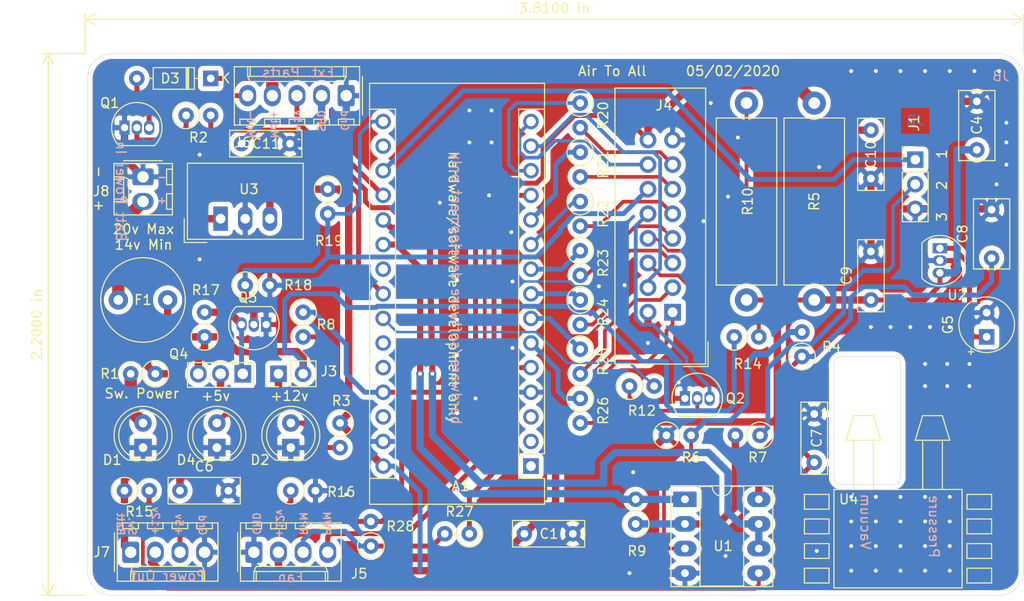
<source format=kicad_pcb>
(kicad_pcb (version 20171130) (host pcbnew "(5.1.5)-3")
  (layers (0 F.Cu signal) (31 B.Cu signal) (34 B.Paste user) (35 F.Paste user) (36 B.SilkS user) (37 F.SilkS user) (38 B.Mask user) (39 F.Mask user) (44 Edge.Cuts user))
  (net 0 "")
  (net 1 +12V)
  (net 2 GND)
  (net 3 Down)
  (net 4 Up)
  (net 5 +5V)
  (net 6 LED5)
  (net 7 Alarm)
  (net 8 LED4)
  (net 9 LED3)
  (net 10 LED2)
  (net 11 LED1)
  (net 12 RPM)
  (net 13 Batt_V)
  (net 14 SW_Batt)
  (net 15 "Net-(F1-Pad1)")
  (net 16 PWM)
  (net 17 Raw_Batt)
  (net 18 LED7)
  (net 19 LED6)
  (net 20 Motor)
  (net 21 Pressure_V)
  (net 22 Speed)
  (net 23 Motor-)
  (net 24 Motor+)
  (net 25 ON\*OFF)
  (net 26 ON)
  (net 27 Buzzer-)
  (net 28 Buzzer+)
  (net 29 Pressure)
  (net 30 "Net-(D1-Pad2)")
  (net 31 "Net-(D2-Pad2)")
  (net 32 REF)
  (net 33 Sensor_Power)
  (net 34 "Net-(D4-Pad2)")
  (net 35 "Net-(J1-Pad2)")
  (net 36 "Net-(J4-Pad13)")
  (net 37 "Net-(J4-Pad11)")
  (net 38 "Net-(J4-Pad9)")
  (net 39 "Net-(J4-Pad7)")
  (net 40 "Net-(J4-Pad5)")
  (net 41 "Net-(J4-Pad3)")
  (net 42 "Net-(J4-Pad1)")
  (net 43 "Net-(Q1-Pad2)")
  (net 44 "Net-(Q2-Pad2)")
  (net 45 "Net-(Q3-Pad3)")
  (net 46 "Net-(R4-Pad2)")
  (net 47 "Net-(R7-Pad2)")
  (net 48 "Net-(R15-Pad2)")
  (net 49 "Net-(A1-Pad28)")
  (net 50 "Net-(A1-Pad26)")
  (net 51 "Net-(A1-Pad25)")
  (net 52 "Net-(A1-Pad3)")
  (net 53 "Net-(A1-Pad2)")
  (net 54 "Net-(A1-Pad17)")
  (net 55 "Net-(A1-Pad1)")
  (net 56 "Net-(U4-Pad8)")
  (net 57 "Net-(U4-Pad7)")
  (net 58 "Net-(U4-Pad6)")
  (net 59 "Net-(U4-Pad5)")
  (net 60 "Net-(U4-Pad1)")
  (net 61 "Net-(J5-Pad3)")
  (net 62 "Net-(A1-Pad22)")
  (module Package_TO_SOT_THT:TO-251-3_Vertical (layer F.Cu) (at 107.442 99.06 180)
    (fp_text reference Q4 (at 6.604 2.032) (layer F.SilkS))
    (fp_text value TSM480P06CHX0G-Transistor_FET)
    (pad 3 thru_hole oval (at 4.58 0 180) (size 1.7175 1.8) (drill 1.1) (layers *.Cu *.Mask) (net 17 Raw_Batt))
    (pad 2 thru_hole oval (at 2.29 0 180) (size 1.7175 1.8) (drill 1.1) (layers *.Cu *.Mask) (net 14 SW_Batt))
    (pad 1 thru_hole rect (at 0 0 180) (size 1.7175 1.8) (drill 1.1) (layers *.Cu *.Mask) (net 45 "Net-(Q3-Pad3)"))
  )
  (module Connector_IDC:IDC-Header_2x08_P2.54mm_Vertical (layer F.Cu) (at 151.765 92.71 180)
    (fp_text reference J4 (at 0.889 21.336) (layer F.SilkS))
    (fp_text value Front_panel_control)
    (pad 16 thru_hole oval (at 2.54 17.78 180) (size 1.7272 1.7272) (drill 1.016) (layers *.Cu *.Mask) (net 5 +5V))
    (pad 15 thru_hole oval (at 0 17.78 180) (size 1.7272 1.7272) (drill 1.016) (layers *.Cu *.Mask) (net 2 GND))
    (pad 14 thru_hole oval (at 2.54 15.24 180) (size 1.7272 1.7272) (drill 1.016) (layers *.Cu *.Mask) (net 3 Down))
    (pad 13 thru_hole oval (at 0 15.24 180) (size 1.7272 1.7272) (drill 1.016) (layers *.Cu *.Mask) (net 36 "Net-(J4-Pad13)"))
    (pad 12 thru_hole oval (at 2.54 12.7 180) (size 1.7272 1.7272) (drill 1.016) (layers *.Cu *.Mask) (net 25 ON\*OFF))
    (pad 11 thru_hole oval (at 0 12.7 180) (size 1.7272 1.7272) (drill 1.016) (layers *.Cu *.Mask) (net 37 "Net-(J4-Pad11)"))
    (pad 10 thru_hole oval (at 2.54 10.16 180) (size 1.7272 1.7272) (drill 1.016) (layers *.Cu *.Mask) (net 27 Buzzer-))
    (pad 9 thru_hole oval (at 0 10.16 180) (size 1.7272 1.7272) (drill 1.016) (layers *.Cu *.Mask) (net 38 "Net-(J4-Pad9)"))
    (pad 8 thru_hole oval (at 2.54 7.62 180) (size 1.7272 1.7272) (drill 1.016) (layers *.Cu *.Mask) (net 28 Buzzer+))
    (pad 7 thru_hole oval (at 0 7.62 180) (size 1.7272 1.7272) (drill 1.016) (layers *.Cu *.Mask) (net 39 "Net-(J4-Pad7)"))
    (pad 6 thru_hole oval (at 2.54 5.08 180) (size 1.7272 1.7272) (drill 1.016) (layers *.Cu *.Mask) (net 26 ON))
    (pad 5 thru_hole oval (at 0 5.08 180) (size 1.7272 1.7272) (drill 1.016) (layers *.Cu *.Mask) (net 40 "Net-(J4-Pad5)"))
    (pad 4 thru_hole oval (at 2.54 2.54 180) (size 1.7272 1.7272) (drill 1.016) (layers *.Cu *.Mask) (net 4 Up))
    (pad 3 thru_hole oval (at 0 2.54 180) (size 1.7272 1.7272) (drill 1.016) (layers *.Cu *.Mask) (net 41 "Net-(J4-Pad3)"))
    (pad 2 thru_hole oval (at 2.54 0 180) (size 1.7272 1.7272) (drill 1.016) (layers *.Cu *.Mask) (net 2 GND))
    (pad 1 thru_hole rect (at 0 0 180) (size 1.7272 1.7272) (drill 1.016) (layers *.Cu *.Mask) (net 42 "Net-(J4-Pad1)"))
  )
  (module Resistor_THT:R_Axial_DIN0207_L6.3mm_D2.5mm_P2.54mm_Vertical (layer F.Cu) (at 116.205 80.01 270)
    (fp_text reference R19 (at 5.334 -0.127 180) (layer F.SilkS))
    (fp_text value 10k)
    (pad 2 thru_hole oval (at 2.54 0 270) (size 1.6 1.6) (drill 0.8) (layers *.Cu *.Mask) (net 25 ON\*OFF))
    (pad 1 thru_hole circle (at 0 0 270) (size 1.6 1.6) (drill 0.8) (layers *.Cu *.Mask) (net 1 +12V))
  )
  (module Connector_Molex:Molex_KK-254_AE-6410-04A_1x04_P2.54mm_Vertical (layer F.Cu) (at 108.585 117.475)
    (fp_text reference J5 (at 10.855 2.215) (layer F.SilkS))
    (fp_text value Fan)
    (pad 4 thru_hole oval (at 7.62 0) (size 1.74 2.19) (drill 1.19) (layers *.Cu *.Mask) (net 16 PWM))
    (pad 3 thru_hole oval (at 5.08 0) (size 1.74 2.19) (drill 1.19) (layers *.Cu *.Mask) (net 61 "Net-(J5-Pad3)"))
    (pad 2 thru_hole oval (at 2.54 0) (size 1.74 2.19) (drill 1.19) (layers *.Cu *.Mask) (net 1 +12V))
    (pad 1 thru_hole roundrect (at 0 0) (size 1.74 2.19) (drill 1.19) (layers *.Cu *.Mask) (roundrect_rratio 0.143678) (net 2 GND))
  )
  (module Capacitor_THT:C_Rect_L7.2mm_W2.5mm_P5.00mm_FKS2_FKP2_MKS2_MKP2 (layer F.Cu) (at 107.315 75.311)
    (fp_text reference C11 (at 2.54 0) (layer F.SilkS))
    (fp_text value 0.1uF)
    (pad 2 thru_hole circle (at 5 0) (size 1.6 1.6) (drill 0.8) (layers *.Cu *.Mask) (net 2 GND))
    (pad 1 thru_hole circle (at 0 0) (size 1.6 1.6) (drill 0.8) (layers *.Cu *.Mask) (net 22 Speed))
  )
  (module Capacitor_THT:C_Rect_L7.2mm_W2.5mm_P5.00mm_FKS2_FKP2_MKS2_MKP2 (layer F.Cu) (at 172.212 73.914 270)
    (fp_text reference C10 (at 2.5 0 90) (layer F.SilkS))
    (fp_text value 0.1uF)
    (pad 2 thru_hole circle (at 5 0 270) (size 1.6 1.6) (drill 0.8) (layers *.Cu *.Mask) (net 2 GND))
    (pad 1 thru_hole circle (at 0 0 270) (size 1.6 1.6) (drill 0.8) (layers *.Cu *.Mask) (net 5 +5V))
  )
  (module Capacitor_THT:C_Rect_L7.2mm_W2.5mm_P5.00mm_FKS2_FKP2_MKS2_MKP2 (layer F.Cu) (at 172.212 91.44 90)
    (fp_text reference C9 (at 2.5 -2.5 90) (layer F.SilkS))
    (fp_text value 0.1uF)
    (pad 2 thru_hole circle (at 5 0 90) (size 1.6 1.6) (drill 0.8) (layers *.Cu *.Mask) (net 2 GND))
    (pad 1 thru_hole circle (at 0 0 90) (size 1.6 1.6) (drill 0.8) (layers *.Cu *.Mask) (net 1 +12V))
  )
  (module Capacitor_THT:C_Rect_L7.0mm_W3.5mm_P5.00mm (layer F.Cu) (at 184.658 87.122 90)
    (fp_text reference C8 (at 2.5 -3 90) (layer F.SilkS))
    (fp_text value 470pF)
    (pad 2 thru_hole circle (at 5 0 90) (size 1.6 1.6) (drill 0.8) (layers *.Cu *.Mask) (net 2 GND))
    (pad 1 thru_hole circle (at 0 0 90) (size 1.6 1.6) (drill 0.8) (layers *.Cu *.Mask) (net 29 Pressure))
  )
  (module Capacitor_THT:C_Rect_L7.2mm_W2.5mm_P5.00mm_FKS2_FKP2_MKS2_MKP2 (layer F.Cu) (at 166.37 108.204 90)
    (fp_text reference C7 (at 2.5 0.254 90) (layer F.SilkS))
    (fp_text value 0.1uF)
    (pad 2 thru_hole circle (at 5 0 90) (size 1.6 1.6) (drill 0.8) (layers *.Cu *.Mask) (net 2 GND))
    (pad 1 thru_hole circle (at 0 0 90) (size 1.6 1.6) (drill 0.8) (layers *.Cu *.Mask) (net 33 Sensor_Power))
  )
  (module Capacitor_THT:C_Rect_L7.2mm_W2.5mm_P5.00mm_FKS2_FKP2_MKS2_MKP2 (layer F.Cu) (at 100.965 111.125)
    (fp_text reference C6 (at 2.5 -2.5) (layer F.SilkS))
    (fp_text value 0.1uF)
    (pad 2 thru_hole circle (at 5 0) (size 1.6 1.6) (drill 0.8) (layers *.Cu *.Mask) (net 2 GND))
    (pad 1 thru_hole circle (at 0 0) (size 1.6 1.6) (drill 0.8) (layers *.Cu *.Mask) (net 14 SW_Batt))
  )
  (module Capacitor_THT:CP_Radial_Tantal_D5.5mm_P2.50mm (layer F.Cu) (at 184.15 95.25 90)
    (fp_text reference C5 (at 1.25 -4 90) (layer F.SilkS))
    (fp_text value 1uF)
    (pad 2 thru_hole circle (at 2.5 0 90) (size 1.6 1.6) (drill 0.8) (layers *.Cu *.Mask) (net 2 GND))
    (pad 1 thru_hole rect (at 0 0 90) (size 1.6 1.6) (drill 0.8) (layers *.Cu *.Mask) (net 33 Sensor_Power))
  )
  (module Capacitor_THT:C_Rect_L7.0mm_W3.5mm_P5.00mm (layer F.Cu) (at 183.134 75.946 90)
    (fp_text reference C4 (at 2.54 0 90) (layer F.SilkS))
    (fp_text value 10uF)
    (pad 2 thru_hole circle (at 5 0 90) (size 1.6 1.6) (drill 0.8) (layers *.Cu *.Mask) (net 2 GND))
    (pad 1 thru_hole circle (at 0 0 90) (size 1.6 1.6) (drill 0.8) (layers *.Cu *.Mask) (net 1 +12V))
  )
  (module Capacitor_THT:C_Rect_L7.2mm_W2.5mm_P5.00mm_FKS2_FKP2_MKS2_MKP2 (layer F.Cu) (at 136.478 115.57)
    (fp_text reference C1 (at 2.54 0) (layer F.SilkS))
    (fp_text value 0.1uF)
    (pad 2 thru_hole circle (at 5 0) (size 1.6 1.6) (drill 0.8) (layers *.Cu *.Mask) (net 2 GND))
    (pad 1 thru_hole circle (at 0 0) (size 1.6 1.6) (drill 0.8) (layers *.Cu *.Mask) (net 1 +12V))
  )
  (module Sensor:MPXV (layer F.Cu) (at 175.006 116.078)
    (fp_text reference U4 (at -5.08 -4.064) (layer F.SilkS))
    (fp_text value MPXV)
    (pad 8 smd roundrect (at 8.382 -3.81) (size 2.54 1.524) (layers F.Cu F.Paste F.Mask) (net 56 "Net-(U4-Pad8)"))
    (pad 7 smd roundrect (at 8.382 -1.27) (size 2.54 1.524) (layers F.Cu F.Paste F.Mask) (net 57 "Net-(U4-Pad7)"))
    (pad 6 smd roundrect (at 8.382 1.27) (size 2.54 1.524) (layers F.Cu F.Paste F.Mask) (net 58 "Net-(U4-Pad6)"))
    (pad 5 smd roundrect (at 8.382 3.81) (size 2.54 1.524) (layers F.Cu F.Paste F.Mask) (net 59 "Net-(U4-Pad5)"))
    (pad 4 smd roundrect (at -8.382 3.81) (size 2.54 1.524) (layers F.Cu F.Paste F.Mask) (net 29 Pressure))
    (pad 3 smd roundrect (at -8.382 1.27) (size 2.54 1.524) (layers F.Cu F.Paste F.Mask) (net 2 GND))
    (pad 2 smd roundrect (at -8.382 -1.27) (size 2.54 1.524) (layers F.Cu F.Paste F.Mask) (net 33 Sensor_Power))
    (pad 1 smd roundrect (at -8.382 -3.81) (size 2.54 1.524) (layers F.Cu F.Paste F.Mask) (net 60 "Net-(U4-Pad1)"))
  )
  (module Resistor_THT:R_Axial_DIN0207_L6.3mm_D2.5mm_P2.54mm_Vertical (layer F.Cu) (at 142.24 101.6 270)
    (fp_text reference R26 (at 1.27 -2.37 90) (layer F.SilkS))
    (fp_text value 330)
    (pad 2 thru_hole oval (at 2.54 0 270) (size 1.6 1.6) (drill 0.8) (layers *.Cu *.Mask) (net 42 "Net-(J4-Pad1)"))
    (pad 1 thru_hole circle (at 0 0 270) (size 1.6 1.6) (drill 0.8) (layers *.Cu *.Mask) (net 11 LED1))
  )
  (module Resistor_THT:R_Axial_DIN0207_L6.3mm_D2.5mm_P2.54mm_Vertical (layer F.Cu) (at 142.24 96.52 270)
    (fp_text reference R25 (at 1.27 -2.37 90) (layer F.SilkS))
    (fp_text value 330)
    (pad 2 thru_hole oval (at 2.54 0 270) (size 1.6 1.6) (drill 0.8) (layers *.Cu *.Mask) (net 41 "Net-(J4-Pad3)"))
    (pad 1 thru_hole circle (at 0 0 270) (size 1.6 1.6) (drill 0.8) (layers *.Cu *.Mask) (net 10 LED2))
  )
  (module Resistor_THT:R_Axial_DIN0207_L6.3mm_D2.5mm_P2.54mm_Vertical (layer F.Cu) (at 142.24 91.44 270)
    (fp_text reference R24 (at 1.27 -2.37 90) (layer F.SilkS))
    (fp_text value 330)
    (pad 2 thru_hole oval (at 2.54 0 270) (size 1.6 1.6) (drill 0.8) (layers *.Cu *.Mask) (net 40 "Net-(J4-Pad5)"))
    (pad 1 thru_hole circle (at 0 0 270) (size 1.6 1.6) (drill 0.8) (layers *.Cu *.Mask) (net 9 LED3))
  )
  (module Resistor_THT:R_Axial_DIN0207_L6.3mm_D2.5mm_P2.54mm_Vertical (layer F.Cu) (at 142.24 86.36 270)
    (fp_text reference R23 (at 1.27 -2.37 90) (layer F.SilkS))
    (fp_text value 330)
    (pad 2 thru_hole oval (at 2.54 0 270) (size 1.6 1.6) (drill 0.8) (layers *.Cu *.Mask) (net 39 "Net-(J4-Pad7)"))
    (pad 1 thru_hole circle (at 0 0 270) (size 1.6 1.6) (drill 0.8) (layers *.Cu *.Mask) (net 8 LED4))
  )
  (module Resistor_THT:R_Axial_DIN0207_L6.3mm_D2.5mm_P2.54mm_Vertical (layer F.Cu) (at 142.24 81.28 270)
    (fp_text reference R22 (at 1.27 -2.37 90) (layer F.SilkS))
    (fp_text value 330)
    (pad 2 thru_hole oval (at 2.54 0 270) (size 1.6 1.6) (drill 0.8) (layers *.Cu *.Mask) (net 38 "Net-(J4-Pad9)"))
    (pad 1 thru_hole circle (at 0 0 270) (size 1.6 1.6) (drill 0.8) (layers *.Cu *.Mask) (net 6 LED5))
  )
  (module Resistor_THT:R_Axial_DIN0207_L6.3mm_D2.5mm_P2.54mm_Vertical (layer F.Cu) (at 142.24 76.2 270)
    (fp_text reference R21 (at 1.27 -2.37 90) (layer F.SilkS))
    (fp_text value 330)
    (pad 2 thru_hole oval (at 2.54 0 270) (size 1.6 1.6) (drill 0.8) (layers *.Cu *.Mask) (net 37 "Net-(J4-Pad11)"))
    (pad 1 thru_hole circle (at 0 0 270) (size 1.6 1.6) (drill 0.8) (layers *.Cu *.Mask) (net 19 LED6))
  )
  (module Resistor_THT:R_Axial_DIN0207_L6.3mm_D2.5mm_P2.54mm_Vertical (layer F.Cu) (at 142.24 71.12 270)
    (fp_text reference R20 (at 1.27 -2.37 90) (layer F.SilkS))
    (fp_text value 330)
    (pad 2 thru_hole oval (at 2.54 0 270) (size 1.6 1.6) (drill 0.8) (layers *.Cu *.Mask) (net 36 "Net-(J4-Pad13)"))
    (pad 1 thru_hole circle (at 0 0 270) (size 1.6 1.6) (drill 0.8) (layers *.Cu *.Mask) (net 18 LED7))
  )
  (module Connector_PinHeader_2.54mm:PinHeader_1x03_P2.54mm_Vertical (layer F.Cu) (at 176.784 76.962)
    (fp_text reference J1 (at -0.114 -3.772 90) (layer F.SilkS))
    (fp_text value Differential:/Single)
    (pad 3 thru_hole oval (at 0 5.08) (size 1.7 1.7) (drill 1) (layers *.Cu *.Mask) (net 2 GND))
    (pad 2 thru_hole oval (at 0 2.54) (size 1.7 1.7) (drill 1) (layers *.Cu *.Mask) (net 35 "Net-(J1-Pad2)"))
    (pad 1 thru_hole rect (at 0 0) (size 1.7 1.7) (drill 1) (layers *.Cu *.Mask) (net 32 REF))
  )
  (module Resistor_THT:R_Axial_DIN0207_L6.3mm_D2.5mm_P2.54mm_Vertical (layer F.Cu) (at 147.955 114.554 90)
    (fp_text reference R9 (at -2.794 0.127 180) (layer F.SilkS))
    (fp_text value 10k)
    (pad 2 thru_hole oval (at 2.54 0 90) (size 1.6 1.6) (drill 0.8) (layers *.Cu *.Mask) (net 21 Pressure_V))
    (pad 1 thru_hole circle (at 0 0 90) (size 1.6 1.6) (drill 0.8) (layers *.Cu *.Mask) (net 47 "Net-(R7-Pad2)"))
  )
  (module Package_TO_SOT_THT:TO-92_Inline (layer F.Cu) (at 179.324 86.106 270)
    (fp_text reference U2 (at 4.826 -1.778 180) (layer F.SilkS))
    (fp_text value LM78L05_TO92)
    (pad 1 thru_hole rect (at 0 0 270) (size 1.05 1.5) (drill 0.75) (layers *.Cu *.Mask) (net 33 Sensor_Power))
    (pad 3 thru_hole oval (at 2.54 0 270) (size 1.05 1.5) (drill 0.75) (layers *.Cu *.Mask) (net 1 +12V))
    (pad 2 thru_hole oval (at 1.27 0 270) (size 1.05 1.5) (drill 0.75) (layers *.Cu *.Mask) (net 2 GND))
  )
  (module Converter_DCDC:Converter_DCDC_TRACO_TSR-1_THT (layer F.Cu) (at 105.156 83.058)
    (fp_text reference U3 (at 2.921 -3.048 180) (layer F.SilkS))
    (fp_text value TSR_1-24120)
    (pad 3 thru_hole oval (at 5.08 0) (size 1.5 2.5) (drill 1) (layers *.Cu *.Mask) (net 1 +12V))
    (pad 2 thru_hole oval (at 2.54 0) (size 1.5 2.5) (drill 1) (layers *.Cu *.Mask) (net 2 GND))
    (pad 1 thru_hole rect (at 0 0) (size 1.5 2.5) (drill 1) (layers *.Cu *.Mask) (net 14 SW_Batt))
  )
  (module Module:Arduino_Nano (layer F.Cu) (at 137.16 108.585 180)
    (fp_text reference A1 (at 7.27 -2.065 180) (layer F.SilkS))
    (fp_text value Arduino_Nano_v3.x)
    (pad 16 thru_hole oval (at 15.24 35.56 180) (size 1.6 1.6) (drill 1) (layers *.Cu *.Mask) (net 25 ON\*OFF))
    (pad 15 thru_hole oval (at 0 35.56 180) (size 1.6 1.6) (drill 1) (layers *.Cu *.Mask) (net 3 Down))
    (pad 30 thru_hole oval (at 15.24 0 180) (size 1.6 1.6) (drill 1) (layers *.Cu *.Mask) (net 1 +12V))
    (pad 14 thru_hole oval (at 0 33.02 180) (size 1.6 1.6) (drill 1) (layers *.Cu *.Mask) (net 4 Up))
    (pad 29 thru_hole oval (at 15.24 2.54 180) (size 1.6 1.6) (drill 1) (layers *.Cu *.Mask) (net 2 GND))
    (pad 13 thru_hole oval (at 0 30.48 180) (size 1.6 1.6) (drill 1) (layers *.Cu *.Mask) (net 18 LED7))
    (pad 28 thru_hole oval (at 15.24 5.08 180) (size 1.6 1.6) (drill 1) (layers *.Cu *.Mask) (net 49 "Net-(A1-Pad28)"))
    (pad 12 thru_hole oval (at 0 27.94 180) (size 1.6 1.6) (drill 1) (layers *.Cu *.Mask) (net 16 PWM))
    (pad 27 thru_hole oval (at 15.24 7.62 180) (size 1.6 1.6) (drill 1) (layers *.Cu *.Mask) (net 5 +5V))
    (pad 11 thru_hole oval (at 0 25.4 180) (size 1.6 1.6) (drill 1) (layers *.Cu *.Mask) (net 19 LED6))
    (pad 26 thru_hole oval (at 15.24 10.16 180) (size 1.6 1.6) (drill 1) (layers *.Cu *.Mask) (net 50 "Net-(A1-Pad26)"))
    (pad 10 thru_hole oval (at 0 22.86 180) (size 1.6 1.6) (drill 1) (layers *.Cu *.Mask) (net 6 LED5))
    (pad 25 thru_hole oval (at 15.24 12.7 180) (size 1.6 1.6) (drill 1) (layers *.Cu *.Mask) (net 51 "Net-(A1-Pad25)"))
    (pad 9 thru_hole oval (at 0 20.32 180) (size 1.6 1.6) (drill 1) (layers *.Cu *.Mask) (net 8 LED4))
    (pad 24 thru_hole oval (at 15.24 15.24 180) (size 1.6 1.6) (drill 1) (layers *.Cu *.Mask) (net 7 Alarm))
    (pad 8 thru_hole oval (at 0 17.78 180) (size 1.6 1.6) (drill 1) (layers *.Cu *.Mask) (net 9 LED3))
    (pad 23 thru_hole oval (at 15.24 17.78 180) (size 1.6 1.6) (drill 1) (layers *.Cu *.Mask) (net 20 Motor))
    (pad 7 thru_hole oval (at 0 15.24 180) (size 1.6 1.6) (drill 1) (layers *.Cu *.Mask) (net 10 LED2))
    (pad 22 thru_hole oval (at 15.24 20.32 180) (size 1.6 1.6) (drill 1) (layers *.Cu *.Mask) (net 62 "Net-(A1-Pad22)"))
    (pad 6 thru_hole oval (at 0 12.7 180) (size 1.6 1.6) (drill 1) (layers *.Cu *.Mask) (net 11 LED1))
    (pad 21 thru_hole oval (at 15.24 22.86 180) (size 1.6 1.6) (drill 1) (layers *.Cu *.Mask) (net 21 Pressure_V))
    (pad 5 thru_hole oval (at 0 10.16 180) (size 1.6 1.6) (drill 1) (layers *.Cu *.Mask) (net 12 RPM))
    (pad 20 thru_hole oval (at 15.24 25.4 180) (size 1.6 1.6) (drill 1) (layers *.Cu *.Mask) (net 13 Batt_V))
    (pad 4 thru_hole oval (at 0 7.62 180) (size 1.6 1.6) (drill 1) (layers *.Cu *.Mask) (net 2 GND))
    (pad 19 thru_hole oval (at 15.24 27.94 180) (size 1.6 1.6) (drill 1) (layers *.Cu *.Mask) (net 22 Speed))
    (pad 3 thru_hole oval (at 0 5.08 180) (size 1.6 1.6) (drill 1) (layers *.Cu *.Mask) (net 52 "Net-(A1-Pad3)"))
    (pad 18 thru_hole oval (at 15.24 30.48 180) (size 1.6 1.6) (drill 1) (layers *.Cu *.Mask) (net 32 REF))
    (pad 2 thru_hole oval (at 0 2.54 180) (size 1.6 1.6) (drill 1) (layers *.Cu *.Mask) (net 53 "Net-(A1-Pad2)"))
    (pad 17 thru_hole oval (at 15.24 33.02 180) (size 1.6 1.6) (drill 1) (layers *.Cu *.Mask) (net 54 "Net-(A1-Pad17)"))
    (pad 1 thru_hole rect (at 0 0 180) (size 1.6 1.6) (drill 1) (layers *.Cu *.Mask) (net 55 "Net-(A1-Pad1)"))
  )
  (module Package_DIP:DIP-8_W7.62mm_Socket_LongPads (layer F.Cu) (at 153.035 112.014)
    (fp_text reference U1 (at 3.937 4.826) (layer F.SilkS))
    (fp_text value LM358)
    (pad 8 thru_hole oval (at 7.62 0) (size 2.4 1.6) (drill 0.8) (layers *.Cu *.Mask) (net 1 +12V))
    (pad 4 thru_hole oval (at 0 7.62) (size 2.4 1.6) (drill 0.8) (layers *.Cu *.Mask) (net 2 GND))
    (pad 7 thru_hole oval (at 7.62 2.54) (size 2.4 1.6) (drill 0.8) (layers *.Cu *.Mask) (net 13 Batt_V))
    (pad 3 thru_hole oval (at 0 5.08) (size 2.4 1.6) (drill 0.8) (layers *.Cu *.Mask) (net 46 "Net-(R4-Pad2)"))
    (pad 6 thru_hole oval (at 7.62 5.08) (size 2.4 1.6) (drill 0.8) (layers *.Cu *.Mask) (net 13 Batt_V))
    (pad 2 thru_hole oval (at 0 2.54) (size 2.4 1.6) (drill 0.8) (layers *.Cu *.Mask) (net 47 "Net-(R7-Pad2)"))
    (pad 5 thru_hole oval (at 7.62 7.62) (size 2.4 1.6) (drill 0.8) (layers *.Cu *.Mask) (net 48 "Net-(R15-Pad2)"))
    (pad 1 thru_hole rect (at 0 0) (size 2.4 1.6) (drill 0.8) (layers *.Cu *.Mask) (net 21 Pressure_V))
  )
  (module Resistor_THT:R_Axial_DIN0207_L6.3mm_D2.5mm_P2.54mm_Vertical (layer F.Cu) (at 151.13 105.41)
    (fp_text reference R6 (at 2.54 2.286) (layer F.SilkS))
    (fp_text value 10k)
    (pad 2 thru_hole oval (at 2.54 0) (size 1.6 1.6) (drill 0.8) (layers *.Cu *.Mask) (net 46 "Net-(R4-Pad2)"))
    (pad 1 thru_hole circle (at 0 0) (size 1.6 1.6) (drill 0.8) (layers *.Cu *.Mask) (net 2 GND))
  )
  (module Resistor_THT:R_Axial_DIN0207_L6.3mm_D2.5mm_P2.54mm_Vertical (layer F.Cu) (at 165.1 97.282 90)
    (fp_text reference R4 (at 1.016 3.048 180) (layer F.SilkS))
    (fp_text value 10k)
    (pad 2 thru_hole oval (at 2.54 0 90) (size 1.6 1.6) (drill 0.8) (layers *.Cu *.Mask) (net 46 "Net-(R4-Pad2)"))
    (pad 1 thru_hole circle (at 0 0 90) (size 1.6 1.6) (drill 0.8) (layers *.Cu *.Mask) (net 29 Pressure))
  )
  (module Connector_PinHeader_2.54mm:PinHeader_1x02_P2.54mm_Vertical (layer F.Cu) (at 111.125 99.06 90)
    (fp_text reference J3 (at 0.254 5.207 180) (layer F.SilkS))
    (fp_text value No_Power_Control)
    (pad 2 thru_hole oval (at 0 2.54 90) (size 1.7 1.7) (drill 1) (layers *.Cu *.Mask) (net 17 Raw_Batt))
    (pad 1 thru_hole rect (at 0 0 90) (size 1.7 1.7) (drill 1) (layers *.Cu *.Mask) (net 14 SW_Batt))
  )
  (module Resistor_THT:R_Axial_DIN0617_L17.0mm_D6.0mm_P20.32mm_Horizontal (layer F.Cu) (at 159.385 71.12 270)
    (fp_text reference R10 (at 10.16 -0.127 90) (layer F.SilkS))
    (fp_text value "110 1W")
    (pad 2 thru_hole oval (at 20.32 0 270) (size 2.4 2.4) (drill 1.2) (layers *.Cu *.Mask) (net 1 +12V))
    (pad 1 thru_hole circle (at 0 0 270) (size 2.4 2.4) (drill 1.2) (layers *.Cu *.Mask) (net 28 Buzzer+))
  )
  (module Resistor_THT:R_Axial_DIN0207_L6.3mm_D2.5mm_P2.54mm_Vertical (layer F.Cu) (at 158.115 95.25)
    (fp_text reference R14 (at 1.397 2.794) (layer F.SilkS))
    (fp_text value 100k)
    (pad 2 thru_hole oval (at 2.54 0) (size 1.6 1.6) (drill 0.8) (layers *.Cu *.Mask) (net 26 ON))
    (pad 1 thru_hole circle (at 0 0) (size 1.6 1.6) (drill 0.8) (layers *.Cu *.Mask) (net 17 Raw_Batt))
  )
  (module Resistor_THT:R_Axial_DIN0207_L6.3mm_D2.5mm_P2.54mm_Vertical (layer F.Cu) (at 120.65 116.84 90)
    (fp_text reference R28 (at 2.032 3.048 180) (layer F.SilkS))
    (fp_text value 10k)
    (pad 2 thru_hole oval (at 2.54 0 90) (size 1.6 1.6) (drill 0.8) (layers *.Cu *.Mask) (net 5 +5V))
    (pad 1 thru_hole circle (at 0 0 90) (size 1.6 1.6) (drill 0.8) (layers *.Cu *.Mask) (net 61 "Net-(J5-Pad3)"))
  )
  (module Resistor_THT:R_Axial_DIN0207_L6.3mm_D2.5mm_P2.54mm_Vertical (layer F.Cu) (at 130.81 115.57 180)
    (fp_text reference R27 (at 1.016 2.286) (layer F.SilkS))
    (fp_text value 1k)
    (pad 2 thru_hole oval (at 2.54 0 180) (size 1.6 1.6) (drill 0.8) (layers *.Cu *.Mask) (net 61 "Net-(J5-Pad3)"))
    (pad 1 thru_hole circle (at 0 0 180) (size 1.6 1.6) (drill 0.8) (layers *.Cu *.Mask) (net 12 RPM))
  )
  (module Resistor_THT:R_Axial_DIN0207_L6.3mm_D2.5mm_P2.54mm_Vertical (layer F.Cu) (at 160.782 105.41 180)
    (fp_text reference R7 (at 0.254 -2.286) (layer F.SilkS))
    (fp_text value 5k)
    (pad 2 thru_hole oval (at 2.54 0 180) (size 1.6 1.6) (drill 0.8) (layers *.Cu *.Mask) (net 47 "Net-(R7-Pad2)"))
    (pad 1 thru_hole circle (at 0 0 180) (size 1.6 1.6) (drill 0.8) (layers *.Cu *.Mask) (net 35 "Net-(J1-Pad2)"))
  )
  (module Resistor_THT:R_Axial_DIN0207_L6.3mm_D2.5mm_P2.54mm_Vertical (layer F.Cu) (at 112.395 111.125)
    (fp_text reference R16 (at 5.207 0.127) (layer F.SilkS))
    (fp_text value 8.2k)
    (pad 2 thru_hole oval (at 2.54 0) (size 1.6 1.6) (drill 0.8) (layers *.Cu *.Mask) (net 2 GND))
    (pad 1 thru_hole circle (at 0 0) (size 1.6 1.6) (drill 0.8) (layers *.Cu *.Mask) (net 48 "Net-(R15-Pad2)"))
  )
  (module Resistor_THT:R_Axial_DIN0207_L6.3mm_D2.5mm_P2.54mm_Vertical (layer F.Cu) (at 95.25 111.125)
    (fp_text reference R15 (at 1.524 2.159) (layer F.SilkS))
    (fp_text value 33k)
    (pad 2 thru_hole oval (at 2.54 0) (size 1.6 1.6) (drill 0.8) (layers *.Cu *.Mask) (net 48 "Net-(R15-Pad2)"))
    (pad 1 thru_hole circle (at 0 0) (size 1.6 1.6) (drill 0.8) (layers *.Cu *.Mask) (net 14 SW_Batt))
  )
  (module Resistor_THT:R_Axial_DIN0207_L6.3mm_D2.5mm_P2.54mm_Vertical (layer F.Cu) (at 147.32 100.33)
    (fp_text reference R12 (at 1.27 2.54) (layer F.SilkS))
    (fp_text value 1k)
    (pad 2 thru_hole oval (at 2.54 0) (size 1.6 1.6) (drill 0.8) (layers *.Cu *.Mask) (net 7 Alarm))
    (pad 1 thru_hole circle (at 0 0) (size 1.6 1.6) (drill 0.8) (layers *.Cu *.Mask) (net 44 "Net-(Q2-Pad2)"))
  )
  (module Resistor_THT:R_Axial_DIN0207_L6.3mm_D2.5mm_P2.54mm_Vertical (layer F.Cu) (at 107.696 89.916)
    (fp_text reference R18 (at 5.461 0) (layer F.SilkS))
    (fp_text value 1m)
    (pad 2 thru_hole oval (at 2.54 0) (size 1.6 1.6) (drill 0.8) (layers *.Cu *.Mask) (net 2 GND))
    (pad 1 thru_hole circle (at 0 0) (size 1.6 1.6) (drill 0.8) (layers *.Cu *.Mask) (net 25 ON\*OFF))
  )
  (module Resistor_THT:R_Axial_DIN0207_L6.3mm_D2.5mm_P2.54mm_Vertical (layer F.Cu) (at 103.505 95.25 90)
    (fp_text reference R17 (at 4.826 0.127 180) (layer F.SilkS))
    (fp_text value 100k)
    (pad 2 thru_hole oval (at 2.54 0 90) (size 1.6 1.6) (drill 0.8) (layers *.Cu *.Mask) (net 45 "Net-(Q3-Pad3)"))
    (pad 1 thru_hole circle (at 0 0 90) (size 1.6 1.6) (drill 0.8) (layers *.Cu *.Mask) (net 17 Raw_Batt))
  )
  (module Resistor_THT:R_Axial_DIN0207_L6.3mm_D2.5mm_P2.54mm_Vertical (layer F.Cu) (at 113.665 92.71 270)
    (fp_text reference R8 (at 1.27 -2.37 180) (layer F.SilkS))
    (fp_text value 330)
    (pad 2 thru_hole oval (at 2.54 0 270) (size 1.6 1.6) (drill 0.8) (layers *.Cu *.Mask) (net 34 "Net-(D4-Pad2)"))
    (pad 1 thru_hole circle (at 0 0 270) (size 1.6 1.6) (drill 0.8) (layers *.Cu *.Mask) (net 5 +5V))
  )
  (module Resistor_THT:R_Axial_DIN0207_L6.3mm_D2.5mm_P2.54mm_Vertical (layer F.Cu) (at 101.6 72.39)
    (fp_text reference R2 (at 1.27 2.286) (layer F.SilkS))
    (fp_text value 1k)
    (pad 2 thru_hole oval (at 2.54 0) (size 1.6 1.6) (drill 0.8) (layers *.Cu *.Mask) (net 20 Motor))
    (pad 1 thru_hole circle (at 0 0) (size 1.6 1.6) (drill 0.8) (layers *.Cu *.Mask) (net 43 "Net-(Q1-Pad2)"))
  )
  (module Resistor_THT:R_Axial_DIN0207_L6.3mm_D2.5mm_P2.54mm_Vertical (layer F.Cu) (at 117.475 104.14 270)
    (fp_text reference R3 (at -2.286 -0.127 180) (layer F.SilkS))
    (fp_text value 1k)
    (pad 2 thru_hole oval (at 2.54 0 270) (size 1.6 1.6) (drill 0.8) (layers *.Cu *.Mask) (net 31 "Net-(D2-Pad2)"))
    (pad 1 thru_hole circle (at 0 0 270) (size 1.6 1.6) (drill 0.8) (layers *.Cu *.Mask) (net 1 +12V))
  )
  (module Resistor_THT:R_Axial_DIN0207_L6.3mm_D2.5mm_P2.54mm_Vertical (layer F.Cu) (at 98.425 99.06 180)
    (fp_text reference R1 (at 4.699 0) (layer F.SilkS))
    (fp_text value 1.8k)
    (pad 2 thru_hole oval (at 2.54 0 180) (size 1.6 1.6) (drill 0.8) (layers *.Cu *.Mask) (net 30 "Net-(D1-Pad2)"))
    (pad 1 thru_hole circle (at 0 0 180) (size 1.6 1.6) (drill 0.8) (layers *.Cu *.Mask) (net 14 SW_Batt))
  )
  (module Connector_Molex:Molex_KK-254_AE-6410-02A_1x02_P2.54mm_Vertical (layer F.Cu) (at 97.155 78.74 270)
    (fp_text reference J8 (at 1.48 4.305 180) (layer F.SilkS))
    (fp_text value POWER)
    (pad 2 thru_hole oval (at 2.54 0 270) (size 1.74 2.19) (drill 1.19) (layers *.Cu *.Mask) (net 15 "Net-(F1-Pad1)"))
    (pad 1 thru_hole roundrect (at 0 0 270) (size 1.74 2.19) (drill 1.19) (layers *.Cu *.Mask) (roundrect_rratio 0.143678) (net 2 GND))
  )
  (module LED_THT:LED_D5.0mm (layer F.Cu) (at 104.775 106.68 90)
    (fp_text reference D4 (at -1.27 -3.175 180) (layer F.SilkS))
    (fp_text value +5V)
    (pad 2 thru_hole circle (at 2.54 0 90) (size 1.8 1.8) (drill 0.9) (layers *.Cu *.Mask) (net 34 "Net-(D4-Pad2)"))
    (pad 1 thru_hole rect (at 0 0 90) (size 1.8 1.8) (drill 0.9) (layers *.Cu *.Mask) (net 2 GND))
  )
  (module LED_THT:LED_D5.0mm (layer F.Cu) (at 112.395 106.68 90)
    (fp_text reference D2 (at -1.27 -3.175 180) (layer F.SilkS))
    (fp_text value +12V)
    (pad 2 thru_hole circle (at 2.54 0 90) (size 1.8 1.8) (drill 0.9) (layers *.Cu *.Mask) (net 31 "Net-(D2-Pad2)"))
    (pad 1 thru_hole rect (at 0 0 90) (size 1.8 1.8) (drill 0.9) (layers *.Cu *.Mask) (net 2 GND))
  )
  (module LED_THT:LED_D5.0mm (layer F.Cu) (at 97.155 106.68 90)
    (fp_text reference D1 (at -1.27 -3.175 180) (layer F.SilkS))
    (fp_text value SW_Power)
    (pad 2 thru_hole circle (at 2.54 0 90) (size 1.8 1.8) (drill 0.9) (layers *.Cu *.Mask) (net 30 "Net-(D1-Pad2)"))
    (pad 1 thru_hole rect (at 0 0 90) (size 1.8 1.8) (drill 0.9) (layers *.Cu *.Mask) (net 2 GND))
  )
  (module Resistor_THT:R_Axial_DIN0617_L17.0mm_D6.0mm_P20.32mm_Horizontal (layer F.Cu) (at 166.37 71.12 270)
    (fp_text reference R5 (at 10.16 0 90) (layer F.SilkS))
    (fp_text value "300 1/2W")
    (pad 2 thru_hole oval (at 20.32 0 270) (size 2.4 2.4) (drill 1.2) (layers *.Cu *.Mask) (net 1 +12V))
    (pad 1 thru_hole circle (at 0 0 270) (size 2.4 2.4) (drill 1.2) (layers *.Cu *.Mask) (net 24 Motor+))
  )
  (module Diode_THT:D_DO-35_SOD27_P7.62mm_Horizontal (layer F.Cu) (at 104.14 68.58 180)
    (fp_text reference D3 (at 4.191 0) (layer F.SilkS))
    (fp_text value 1N914)
    (fp_text user K (at -1.524 0) (layer F.SilkS))
    (pad 2 thru_hole oval (at 7.62 0 180) (size 1.6 1.6) (drill 0.8) (layers *.Cu *.Mask) (net 23 Motor-))
    (pad 1 thru_hole rect (at 0 0 180) (size 1.6 1.6) (drill 0.8) (layers *.Cu *.Mask) (net 24 Motor+))
  )
  (module Fuse:Fuse_Littelfuse_372_D8.50mm (layer F.Cu) (at 94.615 91.44)
    (fp_text reference F1 (at 2.54 0) (layer F.SilkS))
    (fp_text value "2A FB")
    (pad 2 thru_hole circle (at 5.08 0) (size 2 2) (drill 1) (layers *.Cu *.Mask) (net 17 Raw_Batt))
    (pad 1 thru_hole circle (at 0 0) (size 2 2) (drill 1) (layers *.Cu *.Mask) (net 15 "Net-(F1-Pad1)"))
  )
  (module Connector_Molex:Molex_KK-254_AE-6410-04A_1x04_P2.54mm_Vertical (layer F.Cu) (at 95.885 117.475)
    (fp_text reference J7 (at -2.985 -0.005) (layer F.SilkS))
    (fp_text value "EXT Power Option")
    (pad 4 thru_hole oval (at 7.62 0) (size 1.74 2.19) (drill 1.19) (layers *.Cu *.Mask) (net 2 GND))
    (pad 3 thru_hole oval (at 5.08 0) (size 1.74 2.19) (drill 1.19) (layers *.Cu *.Mask) (net 5 +5V))
    (pad 2 thru_hole oval (at 2.54 0) (size 1.74 2.19) (drill 1.19) (layers *.Cu *.Mask) (net 1 +12V))
    (pad 1 thru_hole roundrect (at 0 0) (size 1.74 2.19) (drill 1.19) (layers *.Cu *.Mask) (roundrect_rratio 0.143678) (net 14 SW_Batt))
  )
  (module Connector_Molex:Molex_KK-254_AE-6410-05A_1x05_P2.54mm_Vertical (layer F.Cu) (at 118.11 70.358 180)
    (fp_text reference J6 (at 10.668 -4.826) (layer F.SilkS))
    (fp_text value "Ext Parts")
    (pad 5 thru_hole oval (at 10.16 0 180) (size 1.74 2.19) (drill 1.19) (layers *.Cu *.Mask) (net 23 Motor-))
    (pad 4 thru_hole oval (at 7.62 0 180) (size 1.74 2.19) (drill 1.19) (layers *.Cu *.Mask) (net 24 Motor+))
    (pad 3 thru_hole oval (at 5.08 0 180) (size 1.74 2.19) (drill 1.19) (layers *.Cu *.Mask) (net 5 +5V))
    (pad 2 thru_hole oval (at 2.54 0 180) (size 1.74 2.19) (drill 1.19) (layers *.Cu *.Mask) (net 22 Speed))
    (pad 1 thru_hole roundrect (at 0 0 180) (size 1.74 2.19) (drill 1.19) (layers *.Cu *.Mask) (roundrect_rratio 0.143678) (net 2 GND))
  )
  (module Package_TO_SOT_THT:TO-92_Inline (layer F.Cu) (at 109.855 93.98 180)
    (fp_text reference Q3 (at 1.905 2.794) (layer F.SilkS))
    (fp_text value 2N3904)
    (pad 1 thru_hole rect (at 0 0 180) (size 1.05 1.5) (drill 0.75) (layers *.Cu *.Mask) (net 2 GND))
    (pad 3 thru_hole oval (at 2.54 0 180) (size 1.05 1.5) (drill 0.75) (layers *.Cu *.Mask) (net 45 "Net-(Q3-Pad3)"))
    (pad 2 thru_hole oval (at 1.27 0 180) (size 1.05 1.5) (drill 0.75) (layers *.Cu *.Mask) (net 25 ON\*OFF))
  )
  (module Package_TO_SOT_THT:TO-92_Inline (layer F.Cu) (at 153.035 101.6)
    (fp_text reference Q2 (at 5.207 0) (layer F.SilkS))
    (fp_text value 2N3904)
    (pad 1 thru_hole rect (at 0 0) (size 1.05 1.5) (drill 0.75) (layers *.Cu *.Mask) (net 2 GND))
    (pad 3 thru_hole oval (at 2.54 0) (size 1.05 1.5) (drill 0.75) (layers *.Cu *.Mask) (net 27 Buzzer-))
    (pad 2 thru_hole oval (at 1.27 0) (size 1.05 1.5) (drill 0.75) (layers *.Cu *.Mask) (net 44 "Net-(Q2-Pad2)"))
  )
  (module Package_TO_SOT_THT:TO-92_Inline (layer F.Cu) (at 95.25 73.66)
    (fp_text reference Q1 (at -1.524 -2.54) (layer F.SilkS))
    (fp_text value 2N3904)
    (pad 1 thru_hole rect (at 0 0) (size 1.05 1.5) (drill 0.75) (layers *.Cu *.Mask) (net 2 GND))
    (pad 3 thru_hole oval (at 2.54 0) (size 1.05 1.5) (drill 0.75) (layers *.Cu *.Mask) (net 23 Motor-))
    (pad 2 thru_hole oval (at 1.27 0) (size 1.05 1.5) (drill 0.75) (layers *.Cu *.Mask) (net 43 "Net-(Q1-Pad2)"))
  )
  (dimension 55.88 (width 0.12) (layer F.SilkS) (gr_text "55.880 mm" (at 86.106 93.98 270) (layer F.SilkS) (effects (font (size 1 1) (thickness 0.15)))) (feature1 (pts (xy 91.186 121.92) (xy 86.789579 121.92))) (feature2 (pts (xy 91.186 66.04) (xy 86.789579 66.04))) (crossbar (pts (xy 87.376 66.04) (xy 87.376 121.92))) (arrow1a (pts (xy 87.376 121.92) (xy 86.789579 120.793496))) (arrow1b (pts (xy 87.376 121.92) (xy 87.962421 120.793496))) (arrow2a (pts (xy 87.376 66.04) (xy 86.789579 67.166504))) (arrow2b (pts (xy 87.376 66.04) (xy 87.962421 67.166504))))
  (dimension 96.774 (width 0.12) (layer F.SilkS) (gr_text "96.774 mm" (at 139.573 61.214) (layer F.SilkS) (effects (font (size 1 1) (thickness 0.15)))) (feature1 (pts (xy 187.96 66.04) (xy 187.96 61.897579))) (feature2 (pts (xy 91.186 66.04) (xy 91.186 61.897579))) (crossbar (pts (xy 91.186 62.484) (xy 187.96 62.484))) (arrow1a (pts (xy 187.96 62.484) (xy 186.833496 63.070421))) (arrow1b (pts (xy 187.96 62.484) (xy 186.833496 61.897579))) (arrow2a (pts (xy 91.186 62.484) (xy 92.312504 63.070421))) (arrow2b (pts (xy 91.186 62.484) (xy 92.312504 61.897579))))
  (gr_text "hardware/software development only" (at 129.19 90.15 270) (layer F.SilkS) (effects (font (size 1 1))))
  (gr_text "hardware/software development only" (at 129.45 90.25 270) (layer B.SilkS) (effects (font (size 1 1)) (justify mirror)))
  (gr_text Pressure (at 178.71 118.15 270) (layer B.SilkS) (effects (font (size 1 1)) (justify left mirror)))
  (gr_text Vacuum (at 171.65 117.31 270) (layer B.SilkS) (effects (font (size 1 1)) (justify left mirror)))
  (gr_text "Batt Power In" (at 94.88 80.23 270) (layer B.SilkS) (effects (font (size 1 1)) (justify mirror)))
  (gr_text "+\n\n-" (at 99.11 80.07 180) (layer B.SilkS) (effects (font (size 0.75 0.75)) (justify mirror)))
  (gr_text "Gnd\n\nSPD\n\n+5v\n\nMot+\n\nMot-" (at 113.11 71.76 270) (layer B.SilkS) (effects (font (size 0.75 0.75)) (justify right mirror)))
  (gr_text "Ext. Parts" (at 113.15 67.96) (layer B.SilkS) (effects (font (size 1 1)) (justify mirror)))
  (gr_text "Gnd\n\n+5v\n\n+12v\n\nSw.\nBatt" (at 99.06 115.824 270) (layer B.SilkS) (effects (font (size 0.75 0.75)) (justify left mirror)))
  (gr_text "Power Out" (at 99.78 119.91) (layer B.SilkS) (effects (font (size 1 1)) (justify mirror)))
  (gr_text Fan (at 112.37 120.05) (layer B.SilkS) (effects (font (size 1 1)) (justify mirror)))
  (gr_text "PWM\n\nRPM\n\n+12v\n\nGND" (at 112.47 114.52 270) (layer B.SilkS) (effects (font (size 0.75 0.75)) (justify mirror)))
  (gr_text "-   +" (at 92.65 79.96 270) (layer F.SilkS) (effects (font (size 1 1))))
  (gr_text "20v Max\n14v Min" (at 97.21 84.94) (layer F.SilkS) (effects (font (size 1 1))))
  (gr_text "3   2   1" (at 179.53 79.62 90) (layer F.SilkS) (effects (font (size 1 1))))
  (gr_arc (start 93.98 68.58) (end 93.98 66.04) (angle -90) (layer Edge.Cuts) (width 0.05))
  (gr_arc (start 93.98 119.38) (end 91.44 119.38) (angle -90) (layer Edge.Cuts) (width 0.05))
  (gr_arc (start 185.42 119.38) (end 185.42 121.92) (angle -90) (layer Edge.Cuts) (width 0.05))
  (gr_arc (start 185.42 68.58) (end 187.96 68.58) (angle -90) (layer Edge.Cuts) (width 0.05))
  (gr_text JB (at 185.62 68.32) (layer B.SilkS) (effects (font (size 1.016 1.016) (thickness 0.127)) (justify mirror)))
  (gr_text JB (at 176.784 72.898) (layer B.Cu) (effects (font (size 1.016 1.016) (thickness 0.127)) (justify mirror)))
  (gr_text 05/02/2020 (at 157.988 67.818) (layer F.SilkS) (effects (font (size 1 1))))
  (gr_text "Air To All" (at 145.542 67.818) (layer F.SilkS) (effects (font (size 1 1))))
  (gr_arc (start 169.164 109.728) (end 168.402 109.728) (angle -90) (layer Edge.Cuts) (width 0.05))
  (gr_arc (start 174.498 109.728) (end 174.498 110.49) (angle -90) (layer Edge.Cuts) (width 0.05))
  (gr_arc (start 174.498 98.044) (end 175.26 98.044) (angle -90) (layer Edge.Cuts) (width 0.05))
  (gr_arc (start 169.164 98.044) (end 169.164 97.282) (angle -90) (layer Edge.Cuts) (width 0.05))
  (gr_line (start 169.164 97.282) (end 174.498 97.282) (layer Edge.Cuts) (width 0.05))
  (gr_line (start 175.26 109.728) (end 175.26 98.044) (layer Edge.Cuts) (width 0.05))
  (gr_line (start 168.402 99.568) (end 168.402 98.044) (layer Edge.Cuts) (width 0.05))
  (gr_line (start 169.164 110.49) (end 174.498 110.49) (layer Edge.Cuts) (width 0.05))
  (gr_line (start 168.402 99.568) (end 168.402 109.728) (layer Edge.Cuts) (width 0.05))
  (gr_line (start 93.98 121.92) (end 185.42 121.92) (layer Edge.Cuts) (width 0.05))
  (gr_line (start 187.96 68.58) (end 187.96 119.38) (layer Edge.Cuts) (width 0.05))
  (gr_line (start 93.98 66.04) (end 185.42 66.04) (layer Edge.Cuts) (width 0.05))
  (gr_line (start 91.44 119.38) (end 91.44 68.58) (layer Edge.Cuts) (width 0.05))
  (gr_text +5v (at 104.648 101.346) (layer F.SilkS) (effects (font (size 1 1))))
  (gr_text +12v (at 112.268 101.346) (layer F.SilkS) (effects (font (size 1 1))))
  (gr_text "Sw. Power" (at 97.028 101.092) (layer F.SilkS) (effects (font (size 1 1))))
  (segment (start 125.73 118.24863) (end 125.73 119.38) (width 0.508) (layer B.Cu) (net 1))
  (segment (start 125.73 111.26363) (end 125.73 118.24863) (width 0.508) (layer B.Cu) (net 1))
  (segment (start 123.05137 108.585) (end 125.73 111.26363) (width 0.508) (layer B.Cu) (net 1))
  (segment (start 121.92 108.585) (end 123.05137 108.585) (width 0.508) (layer B.Cu) (net 1))
  (segment (start 162.56 91.44) (end 166.37 91.44) (width 0.508) (layer F.Cu) (net 1))
  (segment (start 159.385 91.44) (end 162.56 91.44) (width 0.508) (layer F.Cu) (net 1))
  (segment (start 162.56 91.44) (end 162.56 96.52) (width 0.762) (layer F.Cu) (net 1))
  (segment (start 98.906604 119.38) (end 98.816802 119.290198) (width 0.762) (layer F.Cu) (net 1))
  (segment (start 98.906604 119.38) (end 98.030802 118.504198) (width 0.762) (layer F.Cu) (net 1))
  (segment (start 98.425 118.11) (end 98.425 117.475) (width 0.762) (layer F.Cu) (net 1))
  (segment (start 98.030802 118.504198) (end 98.425 118.11) (width 0.762) (layer F.Cu) (net 1))
  (segment (start 111.125 117.475) (end 111.125 119.332) (width 0.762) (layer F.Cu) (net 1))
  (segment (start 111.125 119.332) (end 111.125 119.38) (width 0.762) (layer F.Cu) (net 1))
  (segment (start 111.125 119.38) (end 98.906604 119.38) (width 0.762) (layer F.Cu) (net 1))
  (segment (start 160.655 107.658) (end 162.56 105.753) (width 0.762) (layer F.Cu) (net 1))
  (segment (start 160.655 109.22) (end 160.655 107.658) (width 0.762) (layer F.Cu) (net 1))
  (segment (start 162.56 105.753) (end 162.56 103.632) (width 0.762) (layer F.Cu) (net 1))
  (segment (start 162.56 103.632) (end 162.56 96.52) (width 0.762) (layer F.Cu) (net 1))
  (segment (start 166.37 91.44) (end 172.212 91.44) (width 0.762) (layer F.Cu) (net 1))
  (segment (start 160.655 109.22) (end 160.655 112.014) (width 0.762) (layer F.Cu) (net 1))
  (segment (start 172.212 91.44) (end 177.8 91.44) (width 0.508) (layer F.Cu) (net 1))
  (segment (start 179.324 89.916) (end 179.324 88.646) (width 0.508) (layer F.Cu) (net 1))
  (segment (start 177.8 91.44) (end 179.324 89.916) (width 0.508) (layer F.Cu) (net 1))
  (segment (start 180.836 88.646) (end 179.324 88.646) (width 0.762) (layer B.Cu) (net 1))
  (segment (start 181.102 88.38) (end 180.836 88.646) (width 0.762) (layer B.Cu) (net 1))
  (segment (start 181.102 75.946) (end 181.102 88.38) (width 0.762) (layer B.Cu) (net 1))
  (segment (start 181.102 75.946) (end 183.134 75.946) (width 0.762) (layer B.Cu) (net 1))
  (segment (start 115.07363 80.01) (end 116.205 80.01) (width 0.762) (layer F.Cu) (net 1))
  (segment (start 111.272 80.01) (end 115.07363 80.01) (width 0.762) (layer F.Cu) (net 1))
  (segment (start 110.236 81.046) (end 111.272 80.01) (width 0.762) (layer F.Cu) (net 1))
  (segment (start 110.236 83.058) (end 110.236 81.046) (width 0.762) (layer F.Cu) (net 1))
  (segment (start 118.11 103.378) (end 117.475 104.14) (width 0.762) (layer F.Cu) (net 1))
  (segment (start 118.364 103.124) (end 118.11 103.378) (width 0.762) (layer F.Cu) (net 1))
  (segment (start 117.33637 80.01) (end 118.364 81.03763) (width 0.762) (layer F.Cu) (net 1))
  (segment (start 118.364 81.03763) (end 118.364 103.124) (width 0.762) (layer F.Cu) (net 1))
  (segment (start 116.205 80.01) (end 117.33637 80.01) (width 0.762) (layer F.Cu) (net 1))
  (segment (start 117.475 104.14) (end 121.92 108.585) (width 0.762) (layer F.Cu) (net 1))
  (segment (start 132.668 119.38) (end 136.478 115.57) (width 0.762) (layer F.Cu) (net 1))
  (segment (start 111.125 119.38) (end 132.668 119.38) (width 0.762) (layer F.Cu) (net 1))
  (segment (start 162.163001 104.028999) (end 162.56 103.632) (width 0.762) (layer F.Cu) (net 1))
  (segment (start 145.526001 104.028999) (end 162.163001 104.028999) (width 0.762) (layer F.Cu) (net 1))
  (segment (start 143.51 106.045) (end 145.526001 104.028999) (width 0.762) (layer F.Cu) (net 1))
  (segment (start 140.97 106.045) (end 143.51 106.045) (width 0.762) (layer F.Cu) (net 1))
  (segment (start 138.43 113.618) (end 138.477 113.618) (width 0.762) (layer F.Cu) (net 1))
  (segment (start 139.7 107.315) (end 140.97 106.045) (width 0.762) (layer F.Cu) (net 1))
  (segment (start 136.478 115.57) (end 138.43 113.618) (width 0.762) (layer F.Cu) (net 1))
  (segment (start 138.477 113.618) (end 139.7 112.395) (width 0.762) (layer F.Cu) (net 1))
  (segment (start 139.7 112.395) (end 139.7 107.315) (width 0.762) (layer F.Cu) (net 1))
  (via (at 166.624 117.348) (size 0.8) (drill 0.4) (layers F.Cu B.Cu) (net 2))
  (segment (start 103.505 117.475) (end 108.585 117.475) (width 0.381) (layer F.Cu) (net 2))
  (segment (start 109.855 93.98) (end 109.50051 93.62551) (width 0.381) (layer B.Cu) (net 2))
  (segment (start 109.50051 93.62551) (end 109.50051 93.375784) (width 0.381) (layer B.Cu) (net 2))
  (segment (start 108.585 118.57) (end 108.585 117.475) (width 0.381) (layer B.Cu) (net 2))
  (segment (start 110.585501 120.570501) (end 108.585 118.57) (width 0.381) (layer B.Cu) (net 2))
  (segment (start 149.225 92.71) (end 149.225 95.885) (width 0.762) (layer F.Cu) (net 2))
  (segment (start 149.225 95.885) (end 149.225 95.885) (width 0.762) (layer F.Cu) (net 2))
  (via (at 149.225 95.885) (size 0.8) (drill 0.4) (layers F.Cu B.Cu) (net 2))
  (segment (start 148.659315 95.885) (end 146.812 94.037685) (width 0.254) (layer B.Cu) (net 2))
  (segment (start 149.225 95.885) (end 148.659315 95.885) (width 0.254) (layer B.Cu) (net 2))
  (segment (start 146.812 94.037685) (end 146.812 92.202) (width 0.254) (layer B.Cu) (net 2))
  (segment (start 146.812 92.202) (end 146.812 89.916) (width 0.254) (layer B.Cu) (net 2))
  (segment (start 146.812 89.916) (end 146.812 89.916) (width 0.254) (layer B.Cu) (net 2))
  (segment (start 153.035 100.596) (end 152.4 99.961) (width 0.254) (layer B.Cu) (net 2))
  (segment (start 153.035 101.6) (end 153.035 100.596) (width 0.254) (layer B.Cu) (net 2))
  (segment (start 152.4 99.961) (end 152.4 99.961) (width 0.254) (layer B.Cu) (net 2))
  (via (at 152.4 99.961) (size 0.8) (drill 0.4) (layers F.Cu B.Cu) (net 2))
  (segment (start 95.25 76.835) (end 97.155 78.74) (width 0.762) (layer F.Cu) (net 2))
  (segment (start 95.25 73.66) (end 95.25 76.835) (width 0.762) (layer F.Cu) (net 2))
  (segment (start 152.4 99.395315) (end 152.4 99.961) (width 0.762) (layer B.Cu) (net 2))
  (segment (start 152.4 97.879118) (end 152.4 99.395315) (width 0.762) (layer B.Cu) (net 2))
  (segment (start 150.405882 95.885) (end 152.4 97.879118) (width 0.762) (layer B.Cu) (net 2))
  (segment (start 149.225 95.885) (end 150.405882 95.885) (width 0.762) (layer B.Cu) (net 2))
  (via (at 129.54 103.124) (size 0.8) (drill 0.4) (layers F.Cu B.Cu) (net 2))
  (segment (start 146.812 89.916) (end 146.812 89.916) (width 0.254) (layer B.Cu) (net 2))
  (via (at 146.812 89.916) (size 0.8) (drill 0.4) (layers F.Cu B.Cu) (net 2))
  (via (at 129.54 97.155) (size 0.8) (drill 0.4) (layers F.Cu B.Cu) (net 2))
  (segment (start 129.54 84.836) (end 129.54 84.836) (width 0.762) (layer F.Cu) (net 2))
  (via (at 129.54 89.408) (size 0.8) (drill 0.4) (layers F.Cu B.Cu) (net 2))
  (via (at 135.128 84.436001) (size 0.8) (drill 0.4) (layers F.Cu B.Cu) (net 2))
  (via (at 135.255 96.393) (size 0.8) (drill 0.4) (layers F.Cu B.Cu) (net 2))
  (via (at 129.54 93.472) (size 0.8) (drill 0.4) (layers F.Cu B.Cu) (net 2))
  (via (at 135.255 89.535) (size 0.8) (drill 0.4) (layers F.Cu B.Cu) (net 2))
  (via (at 166.878 77.724) (size 0.8) (drill 0.4) (layers F.Cu B.Cu) (net 2))
  (via (at 157.48 80.772) (size 0.8) (drill 0.4) (layers F.Cu B.Cu) (net 2))
  (via (at 154.94 83.312) (size 0.8) (drill 0.4) (layers F.Cu B.Cu) (net 2))
  (via (at 133.096 71.882) (size 0.8) (drill 0.4) (layers F.Cu B.Cu) (net 2))
  (via (at 130.81 71.882) (size 0.8) (drill 0.4) (layers F.Cu B.Cu) (net 2))
  (via (at 133.096 75.184) (size 0.8) (drill 0.4) (layers F.Cu B.Cu) (net 2))
  (via (at 118.11 111.506) (size 0.8) (drill 0.4) (layers F.Cu B.Cu) (net 2))
  (segment (start 137.700961 92.217999) (end 135.366001 92.217999) (width 0.254) (layer F.Cu) (net 2))
  (segment (start 140.589963 95.107001) (end 137.700961 92.217999) (width 0.254) (layer F.Cu) (net 2))
  (segment (start 146.812 91.409869) (end 143.114868 95.107001) (width 0.254) (layer F.Cu) (net 2))
  (segment (start 143.114868 95.107001) (end 140.589963 95.107001) (width 0.254) (layer F.Cu) (net 2))
  (segment (start 146.812 89.916) (end 146.812 91.409869) (width 0.254) (layer F.Cu) (net 2))
  (segment (start 144.160999 90.027001) (end 144.414999 90.027001) (width 0.254) (layer F.Cu) (net 2))
  (via (at 144.160999 90.027001) (size 0.8) (drill 0.4) (layers F.Cu B.Cu) (net 2))
  (segment (start 144.560998 89.627002) (end 144.160999 90.027001) (width 0.254) (layer B.Cu) (net 2))
  (segment (start 144.671999 89.516001) (end 144.560998 89.627002) (width 0.254) (layer B.Cu) (net 2))
  (segment (start 146.412001 89.516001) (end 144.671999 89.516001) (width 0.254) (layer B.Cu) (net 2))
  (segment (start 146.812 89.916) (end 146.412001 89.516001) (width 0.254) (layer B.Cu) (net 2))
  (segment (start 143.595314 90.027001) (end 144.160999 90.027001) (width 0.254) (layer B.Cu) (net 2))
  (segment (start 141.699039 90.027001) (end 143.595314 90.027001) (width 0.254) (layer B.Cu) (net 2))
  (segment (start 118.11 70.358) (end 118.11 75.05) (width 0.762) (layer B.Cu) (net 2))
  (segment (start 149.994 108.204) (end 149.994 106.546) (width 0.762) (layer F.Cu) (net 2))
  (segment (start 151.073 119.634) (end 153.035 119.634) (width 0.762) (layer F.Cu) (net 2))
  (segment (start 149.994 118.555) (end 151.073 119.634) (width 0.762) (layer F.Cu) (net 2))
  (segment (start 149.994 108.204) (end 149.994 118.555) (width 0.762) (layer F.Cu) (net 2))
  (segment (start 153.035 119.634) (end 147.32 119.634) (width 0.635) (layer B.Cu) (net 2))
  (segment (start 147.32 119.634) (end 147.32 119.634) (width 0.635) (layer B.Cu) (net 2))
  (via (at 147.32 119.634) (size 0.8) (drill 0.4) (layers F.Cu B.Cu) (net 2))
  (via (at 177.8 114.3) (size 0.8) (drill 0.4) (layers F.Cu B.Cu) (net 2))
  (via (at 177.8 116.84) (size 0.8) (drill 0.4) (layers F.Cu B.Cu) (net 2))
  (via (at 177.8 119.38) (size 0.8) (drill 0.4) (layers F.Cu B.Cu) (net 2))
  (via (at 175.26 119.38) (size 0.8) (drill 0.4) (layers F.Cu B.Cu) (net 2))
  (via (at 172.72 119.38) (size 0.8) (drill 0.4) (layers F.Cu B.Cu) (net 2))
  (via (at 172.72 116.84) (size 0.8) (drill 0.4) (layers F.Cu B.Cu) (net 2))
  (via (at 172.72 114.3) (size 0.8) (drill 0.4) (layers F.Cu B.Cu) (net 2))
  (via (at 175.26 114.3) (size 0.8) (drill 0.4) (layers F.Cu B.Cu) (net 2))
  (via (at 175.26 116.84) (size 0.8) (drill 0.4) (layers F.Cu B.Cu) (net 2))
  (via (at 172.72 111.76) (size 0.8) (drill 0.4) (layers F.Cu B.Cu) (net 2))
  (via (at 175.26 111.76) (size 0.8) (drill 0.4) (layers F.Cu B.Cu) (net 2))
  (via (at 177.8 111.76) (size 0.8) (drill 0.4) (layers F.Cu B.Cu) (net 2))
  (via (at 180.34 111.76) (size 0.8) (drill 0.4) (layers F.Cu B.Cu) (net 2))
  (via (at 180.34 114.3) (size 0.8) (drill 0.4) (layers F.Cu B.Cu) (net 2))
  (via (at 180.34 116.84) (size 0.8) (drill 0.4) (layers F.Cu B.Cu) (net 2))
  (via (at 180.34 119.38) (size 0.8) (drill 0.4) (layers F.Cu B.Cu) (net 2))
  (via (at 170.18 119.38) (size 0.8) (drill 0.4) (layers F.Cu B.Cu) (net 2))
  (via (at 170.18 116.84) (size 0.8) (drill 0.4) (layers F.Cu B.Cu) (net 2))
  (via (at 170.18 114.3) (size 0.8) (drill 0.4) (layers F.Cu B.Cu) (net 2))
  (via (at 170.18 111.76) (size 0.8) (drill 0.4) (layers F.Cu B.Cu) (net 2))
  (via (at 185.166 79.502) (size 0.8) (drill 0.4) (layers F.Cu B.Cu) (net 2))
  (via (at 186.182 77.47) (size 0.8) (drill 0.4) (layers F.Cu B.Cu) (net 2))
  (via (at 186.182 75.184) (size 0.8) (drill 0.4) (layers F.Cu B.Cu) (net 2))
  (via (at 186.182 73.152) (size 0.8) (drill 0.4) (layers F.Cu B.Cu) (net 2))
  (via (at 170.18 67.818) (size 0.8) (drill 0.4) (layers F.Cu B.Cu) (net 2))
  (via (at 172.72 67.818) (size 0.8) (drill 0.4) (layers F.Cu B.Cu) (net 2))
  (via (at 175.26 67.818) (size 0.8) (drill 0.4) (layers F.Cu B.Cu) (net 2))
  (via (at 180.34 67.818) (size 0.8) (drill 0.4) (layers F.Cu B.Cu) (net 2))
  (via (at 182.88 67.818) (size 0.8) (drill 0.4) (layers F.Cu B.Cu) (net 2))
  (via (at 185.42 67.818) (size 0.8) (drill 0.4) (layers F.Cu B.Cu) (net 2))
  (via (at 177.8 67.818) (size 0.8) (drill 0.4) (layers F.Cu B.Cu) (net 2))
  (via (at 172.212 94.234) (size 0.8) (drill 0.4) (layers F.Cu B.Cu) (net 2))
  (via (at 174.244 94.234) (size 0.8) (drill 0.4) (layers F.Cu B.Cu) (net 2))
  (via (at 176.276 94.234) (size 0.8) (drill 0.4) (layers F.Cu B.Cu) (net 2))
  (via (at 178.308 94.234) (size 0.8) (drill 0.4) (layers F.Cu B.Cu) (net 2))
  (via (at 180.34 94.234) (size 0.8) (drill 0.4) (layers F.Cu B.Cu) (net 2))
  (via (at 177.8 98.044) (size 0.8) (drill 0.4) (layers F.Cu B.Cu) (net 2))
  (via (at 177.8 100.33) (size 0.8) (drill 0.4) (layers F.Cu B.Cu) (net 2))
  (via (at 180.086 100.33) (size 0.8) (drill 0.4) (layers F.Cu B.Cu) (net 2))
  (via (at 182.372 100.33) (size 0.8) (drill 0.4) (layers F.Cu B.Cu) (net 2))
  (via (at 182.372 98.044) (size 0.8) (drill 0.4) (layers F.Cu B.Cu) (net 2))
  (via (at 180.086 98.044) (size 0.8) (drill 0.4) (layers F.Cu B.Cu) (net 2))
  (segment (start 149.994 106.546) (end 151.13 105.41) (width 0.762) (layer F.Cu) (net 2))
  (segment (start 129.539499 120.570501) (end 130.73 119.38) (width 0.381) (layer B.Cu) (net 2))
  (segment (start 129.206501 120.570501) (end 129.539499 120.570501) (width 0.381) (layer B.Cu) (net 2))
  (segment (start 129.206501 120.570501) (end 110.585501 120.570501) (width 0.381) (layer B.Cu) (net 2))
  (segment (start 117.849 75.311) (end 118.11 75.05) (width 0.762) (layer B.Cu) (net 2))
  (segment (start 112.315 75.311) (end 117.849 75.311) (width 0.762) (layer B.Cu) (net 2))
  (segment (start 172.466 82.042) (end 172.212 81.788) (width 0.762) (layer F.Cu) (net 2))
  (segment (start 176.784 82.042) (end 172.466 82.042) (width 0.762) (layer F.Cu) (net 2))
  (segment (start 172.212 78.914) (end 172.212 81.788) (width 0.762) (layer F.Cu) (net 2))
  (segment (start 172.212 82.804) (end 172.212 86.44) (width 0.762) (layer F.Cu) (net 2))
  (segment (start 172.212 81.788) (end 172.212 82.804) (width 0.762) (layer F.Cu) (net 2))
  (segment (start 184.578 82.042) (end 184.658 82.122) (width 0.762) (layer F.Cu) (net 2))
  (segment (start 176.784 82.042) (end 184.578 82.042) (width 0.762) (layer F.Cu) (net 2))
  (segment (start 185.42 67.818) (end 170.307 67.818) (width 0.762) (layer F.Cu) (net 2))
  (segment (start 173.435 70.946) (end 181.102 70.946) (width 0.762) (layer F.Cu) (net 2))
  (segment (start 170.307 67.818) (end 173.435 70.946) (width 0.762) (layer F.Cu) (net 2))
  (segment (start 176.784 83.244081) (end 176.784 82.042) (width 0.508) (layer B.Cu) (net 2))
  (segment (start 176.657 83.371081) (end 176.784 83.244081) (width 0.508) (layer B.Cu) (net 2))
  (segment (start 176.657 86.487) (end 176.657 83.371081) (width 0.508) (layer B.Cu) (net 2))
  (segment (start 179.324 87.376) (end 177.546 87.376) (width 0.508) (layer B.Cu) (net 2))
  (segment (start 177.546 87.376) (end 176.657 86.487) (width 0.508) (layer B.Cu) (net 2))
  (segment (start 180.34 94.234) (end 172.212 94.234) (width 0.508) (layer B.Cu) (net 2))
  (segment (start 181.824 92.75) (end 184.15 92.75) (width 0.508) (layer B.Cu) (net 2))
  (segment (start 180.34 94.234) (end 181.824 92.75) (width 0.508) (layer B.Cu) (net 2))
  (segment (start 180.582 87.376) (end 181.356 88.15) (width 0.508) (layer F.Cu) (net 2))
  (segment (start 179.324 87.376) (end 180.582 87.376) (width 0.508) (layer F.Cu) (net 2))
  (segment (start 181.356 93.218) (end 180.34 94.234) (width 0.508) (layer F.Cu) (net 2))
  (segment (start 181.356 88.15) (end 181.356 93.218) (width 0.508) (layer F.Cu) (net 2))
  (segment (start 180.34 97.79) (end 180.086 98.044) (width 0.508) (layer B.Cu) (net 2))
  (segment (start 180.34 94.234) (end 180.34 97.79) (width 0.508) (layer B.Cu) (net 2))
  (segment (start 182.372 98.044) (end 177.8 98.044) (width 0.508) (layer B.Cu) (net 2))
  (segment (start 177.8 100.33) (end 182.372 100.33) (width 0.508) (layer B.Cu) (net 2))
  (segment (start 180.086 98.044) (end 180.086 100.33) (width 0.508) (layer B.Cu) (net 2))
  (segment (start 180.086 111.506) (end 180.34 111.76) (width 0.508) (layer B.Cu) (net 2))
  (segment (start 180.086 100.33) (end 180.086 111.506) (width 0.508) (layer B.Cu) (net 2))
  (segment (start 180.34 111.76) (end 180.34 119.38) (width 0.508) (layer B.Cu) (net 2))
  (segment (start 180.34 119.38) (end 170.18 119.38) (width 0.508) (layer B.Cu) (net 2))
  (segment (start 177.8 116.84) (end 170.18 116.84) (width 0.508) (layer B.Cu) (net 2))
  (segment (start 180.34 116.84) (end 177.8 116.84) (width 0.508) (layer B.Cu) (net 2))
  (segment (start 180.34 114.3) (end 170.18 114.3) (width 0.508) (layer B.Cu) (net 2))
  (segment (start 180.34 111.76) (end 170.18 111.76) (width 0.508) (layer B.Cu) (net 2))
  (segment (start 169.614315 116.84) (end 168.979315 117.475) (width 0.508) (layer B.Cu) (net 2))
  (segment (start 170.18 116.84) (end 169.614315 116.84) (width 0.508) (layer B.Cu) (net 2))
  (segment (start 168.852315 117.348) (end 166.624 117.348) (width 0.508) (layer B.Cu) (net 2))
  (segment (start 168.979315 117.475) (end 168.852315 117.348) (width 0.508) (layer B.Cu) (net 2))
  (segment (start 168.529 111.76) (end 170.18 111.76) (width 0.508) (layer B.Cu) (net 2))
  (segment (start 167.386 110.617) (end 168.529 111.76) (width 0.508) (layer B.Cu) (net 2))
  (segment (start 166.37 103.204) (end 165.23863 103.204) (width 0.508) (layer B.Cu) (net 2))
  (segment (start 165.23863 103.204) (end 163.449 104.99363) (width 0.508) (layer B.Cu) (net 2))
  (segment (start 163.449 104.99363) (end 163.449 109.22) (width 0.508) (layer B.Cu) (net 2))
  (segment (start 163.449 109.22) (end 164.846 110.617) (width 0.508) (layer B.Cu) (net 2))
  (segment (start 164.846 110.617) (end 167.386 110.617) (width 0.508) (layer B.Cu) (net 2))
  (segment (start 117.729 111.125) (end 118.11 111.506) (width 0.508) (layer F.Cu) (net 2))
  (segment (start 114.935 111.125) (end 117.729 111.125) (width 0.508) (layer F.Cu) (net 2))
  (segment (start 181.102 70.946) (end 183.134 70.946) (width 0.762) (layer F.Cu) (net 2))
  (segment (start 183.976 70.946) (end 186.182 73.152) (width 0.762) (layer B.Cu) (net 2))
  (segment (start 183.134 70.946) (end 183.976 70.946) (width 0.762) (layer B.Cu) (net 2))
  (segment (start 186.182 73.152) (end 186.182 75.184) (width 0.762) (layer B.Cu) (net 2))
  (segment (start 186.182 75.184) (end 186.182 77.47) (width 0.762) (layer B.Cu) (net 2))
  (segment (start 186.182 78.486) (end 185.166 79.502) (width 0.762) (layer B.Cu) (net 2))
  (segment (start 186.182 77.47) (end 186.182 78.486) (width 0.762) (layer B.Cu) (net 2))
  (segment (start 185.166 79.502) (end 184.658 80.01) (width 0.762) (layer B.Cu) (net 2))
  (segment (start 184.658 80.01) (end 184.658 82.122) (width 0.762) (layer B.Cu) (net 2))
  (via (at 127.762 81.407) (size 0.8) (drill 0.4) (layers F.Cu B.Cu) (net 2))
  (via (at 131.445 101.6) (size 0.8) (drill 0.4) (layers F.Cu B.Cu) (net 2))
  (via (at 158.496 74.676) (size 0.8) (drill 0.4) (layers F.Cu B.Cu) (net 2))
  (via (at 155.702 71.12) (size 0.8) (drill 0.4) (layers F.Cu B.Cu) (net 2))
  (via (at 130.81 75.184) (size 0.8) (drill 0.4) (layers F.Cu B.Cu) (net 2))
  (via (at 157.226 117.856) (size 0.8) (drill 0.4) (layers F.Cu B.Cu) (net 2))
  (via (at 147.701 109.22) (size 0.8) (drill 0.4) (layers F.Cu B.Cu) (net 2))
  (segment (start 135.255 92.329) (end 135.255 96.393) (width 0.25) (layer F.Cu) (net 2))
  (segment (start 135.366001 92.217999) (end 135.255 92.329) (width 0.25) (layer F.Cu) (net 2))
  (segment (start 141.207038 89.535) (end 135.255 89.535) (width 0.25) (layer B.Cu) (net 2))
  (segment (start 141.699039 90.027001) (end 141.207038 89.535) (width 0.25) (layer B.Cu) (net 2))
  (via (at 132.842 80.645) (size 0.8) (drill 0.4) (layers F.Cu B.Cu) (net 2))
  (via (at 102.997 87.249) (size 0.8) (drill 0.4) (layers F.Cu B.Cu) (net 2))
  (via (at 102.997 76.454) (size 0.8) (drill 0.4) (layers F.Cu B.Cu) (net 2))
  (segment (start 135.969499 74.215501) (end 136.360001 73.824999) (width 0.381) (layer B.Cu) (net 3))
  (segment (start 135.969499 76.136441) (end 135.969499 74.215501) (width 0.381) (layer B.Cu) (net 3))
  (segment (start 136.360001 73.824999) (end 137.16 73.025) (width 0.381) (layer B.Cu) (net 3))
  (segment (start 137.922541 76.755501) (end 136.588559 76.755501) (width 0.381) (layer B.Cu) (net 3))
  (segment (start 139.668543 75.009499) (end 137.922541 76.755501) (width 0.381) (layer B.Cu) (net 3))
  (segment (start 136.588559 76.755501) (end 135.969499 76.136441) (width 0.381) (layer B.Cu) (net 3))
  (segment (start 142.811441 75.009499) (end 139.668543 75.009499) (width 0.381) (layer B.Cu) (net 3))
  (segment (start 145.271942 77.47) (end 142.811441 75.009499) (width 0.381) (layer B.Cu) (net 3))
  (segment (start 149.225 77.47) (end 145.271942 77.47) (width 0.381) (layer B.Cu) (net 3))
  (segment (start 138.29137 75.565) (end 137.16 75.565) (width 0.381) (layer B.Cu) (net 4))
  (segment (start 141.545869 72.310501) (end 138.29137 75.565) (width 0.381) (layer B.Cu) (net 4))
  (segment (start 142.795501 72.310501) (end 141.545869 72.310501) (width 0.381) (layer B.Cu) (net 4))
  (segment (start 149.225 90.17) (end 149.225 89.48607) (width 0.381) (layer B.Cu) (net 4))
  (segment (start 149.225 89.48607) (end 150.479101 88.231969) (width 0.381) (layer B.Cu) (net 4))
  (segment (start 149.795171 76.184101) (end 146.669101 76.184101) (width 0.381) (layer B.Cu) (net 4))
  (segment (start 150.479101 88.231969) (end 150.479101 76.868031) (width 0.381) (layer B.Cu) (net 4))
  (segment (start 146.669101 76.184101) (end 142.795501 72.310501) (width 0.381) (layer B.Cu) (net 4))
  (segment (start 150.479101 76.868031) (end 149.795171 76.184101) (width 0.381) (layer B.Cu) (net 4))
  (segment (start 100.965 115.872) (end 100.965 117.475) (width 0.508) (layer F.Cu) (net 5))
  (segment (start 120.65 114.3) (end 102.537 114.3) (width 0.508) (layer F.Cu) (net 5))
  (segment (start 102.537 114.3) (end 100.965 115.872) (width 0.508) (layer F.Cu) (net 5))
  (segment (start 114.79637 92.71) (end 118.11 96.02363) (width 0.508) (layer B.Cu) (net 5))
  (segment (start 113.665 92.71) (end 114.79637 92.71) (width 0.508) (layer B.Cu) (net 5))
  (segment (start 118.11 96.02363) (end 118.11 99.06) (width 0.508) (layer B.Cu) (net 5))
  (segment (start 120.015 100.965) (end 121.92 100.965) (width 0.508) (layer B.Cu) (net 5))
  (segment (start 118.11 99.06) (end 120.015 100.965) (width 0.508) (layer B.Cu) (net 5))
  (segment (start 137.729923 79.390999) (end 133.334001 79.390999) (width 0.508) (layer F.Cu) (net 5))
  (segment (start 146.700999 72.405999) (end 141.638079 72.405999) (width 0.508) (layer F.Cu) (net 5))
  (segment (start 149.225 74.93) (end 146.700999 72.405999) (width 0.508) (layer F.Cu) (net 5))
  (segment (start 138.414001 75.630077) (end 138.414001 78.706921) (width 0.508) (layer F.Cu) (net 5))
  (segment (start 141.638079 72.405999) (end 138.414001 75.630077) (width 0.508) (layer F.Cu) (net 5))
  (segment (start 138.414001 78.706921) (end 137.729923 79.390999) (width 0.508) (layer F.Cu) (net 5))
  (segment (start 131.445 99.06) (end 129.54 100.965) (width 0.508) (layer F.Cu) (net 5))
  (segment (start 123.825 112.25637) (end 123.825 100.965) (width 0.508) (layer F.Cu) (net 5))
  (segment (start 121.78137 114.3) (end 123.825 112.25637) (width 0.508) (layer F.Cu) (net 5))
  (segment (start 120.65 114.3) (end 121.78137 114.3) (width 0.508) (layer F.Cu) (net 5))
  (segment (start 129.54 100.965) (end 123.825 100.965) (width 0.508) (layer F.Cu) (net 5))
  (segment (start 123.825 100.965) (end 121.92 100.965) (width 0.508) (layer F.Cu) (net 5))
  (segment (start 132.730999 79.390999) (end 133.334001 79.390999) (width 0.508) (layer F.Cu) (net 5))
  (segment (start 131.445 80.01) (end 131.445 79.375) (width 0.508) (layer F.Cu) (net 5))
  (segment (start 131.445 81.28) (end 131.445 80.01) (width 0.508) (layer F.Cu) (net 5))
  (segment (start 132.064001 79.390999) (end 131.460999 79.390999) (width 0.508) (layer F.Cu) (net 5))
  (segment (start 132.064001 79.390999) (end 131.445 80.01) (width 0.508) (layer F.Cu) (net 5))
  (segment (start 132.730999 79.390999) (end 132.064001 79.390999) (width 0.508) (layer F.Cu) (net 5))
  (segment (start 131.445 83.185) (end 131.445 99.06) (width 0.508) (layer F.Cu) (net 5))
  (segment (start 131.445 81.28) (end 131.445 83.185) (width 0.508) (layer F.Cu) (net 5))
  (segment (start 120.08801 80.08301) (end 113.03 73.025) (width 0.508) (layer F.Cu) (net 5))
  (segment (start 113.03 73.025) (end 113.03 70.358) (width 0.508) (layer F.Cu) (net 5))
  (segment (start 123.962844 83.185) (end 122.692844 81.915) (width 0.508) (layer F.Cu) (net 5))
  (segment (start 131.445 83.185) (end 123.962844 83.185) (width 0.508) (layer F.Cu) (net 5))
  (segment (start 122.692844 81.915) (end 120.72301 81.915) (width 0.508) (layer F.Cu) (net 5))
  (segment (start 120.72301 81.915) (end 120.08801 81.28) (width 0.508) (layer F.Cu) (net 5))
  (segment (start 120.08801 81.28) (end 120.08801 80.08301) (width 0.508) (layer F.Cu) (net 5))
  (segment (start 153.594687 69.338999) (end 160.524999 69.338999) (width 0.762) (layer F.Cu) (net 5))
  (segment (start 149.225 74.93) (end 149.225 73.708686) (width 0.762) (layer F.Cu) (net 5))
  (segment (start 149.225 73.708686) (end 153.594687 69.338999) (width 0.762) (layer F.Cu) (net 5))
  (segment (start 165.1 73.914) (end 172.212 73.914) (width 0.762) (layer F.Cu) (net 5))
  (segment (start 160.524999 69.338999) (end 165.1 73.914) (width 0.762) (layer F.Cu) (net 5))
  (segment (start 141.605 81.28) (end 142.24 81.28) (width 0.381) (layer B.Cu) (net 6))
  (segment (start 137.16 85.725) (end 141.605 81.28) (width 0.381) (layer B.Cu) (net 6))
  (segment (start 123.332999 94.757999) (end 137.700961 94.757999) (width 0.254) (layer B.Cu) (net 7))
  (segment (start 149.060001 99.530001) (end 149.86 100.33) (width 0.254) (layer B.Cu) (net 7))
  (segment (start 140.875961 97.932999) (end 147.359061 97.932999) (width 0.254) (layer B.Cu) (net 7))
  (segment (start 148.956063 99.530001) (end 149.060001 99.530001) (width 0.254) (layer B.Cu) (net 7))
  (segment (start 121.92 93.345) (end 123.332999 94.757999) (width 0.254) (layer B.Cu) (net 7))
  (segment (start 137.700961 94.757999) (end 140.875961 97.932999) (width 0.254) (layer B.Cu) (net 7))
  (segment (start 147.359061 97.932999) (end 148.956063 99.530001) (width 0.254) (layer B.Cu) (net 7))
  (segment (start 140.335 88.265) (end 142.24 86.36) (width 0.508) (layer B.Cu) (net 8))
  (segment (start 137.16 88.265) (end 140.335 88.265) (width 0.508) (layer B.Cu) (net 8))
  (segment (start 141.605 90.805) (end 142.24 91.44) (width 0.508) (layer B.Cu) (net 9))
  (segment (start 137.16 90.805) (end 141.605 90.805) (width 0.508) (layer B.Cu) (net 9))
  (segment (start 139.065 93.345) (end 142.24 96.52) (width 0.508) (layer B.Cu) (net 10))
  (segment (start 137.16 93.345) (end 139.065 93.345) (width 0.508) (layer B.Cu) (net 10))
  (segment (start 140.716 101.6) (end 142.24 101.6) (width 0.508) (layer B.Cu) (net 11))
  (segment (start 139.954 100.838) (end 140.716 101.6) (width 0.508) (layer B.Cu) (net 11))
  (segment (start 137.16 95.885) (end 139.954 98.679) (width 0.508) (layer B.Cu) (net 11))
  (segment (start 139.954 98.679) (end 139.954 100.838) (width 0.508) (layer B.Cu) (net 11))
  (segment (start 137.16 98.425) (end 135.255 98.425) (width 0.508) (layer F.Cu) (net 12))
  (segment (start 135.255 98.425) (end 134.62 99.06) (width 0.508) (layer F.Cu) (net 12))
  (segment (start 134.62 99.06) (end 134.62 107.95) (width 0.508) (layer F.Cu) (net 12))
  (segment (start 134.62 107.95) (end 130.81 111.76) (width 0.508) (layer F.Cu) (net 12))
  (segment (start 130.81 111.76) (end 130.81 115.57) (width 0.508) (layer F.Cu) (net 12))
  (segment (start 127 99.06) (end 127 99.06) (width 0.381) (layer F.Cu) (net 13))
  (via (at 127 99.06) (size 0.8) (drill 0.4) (layers F.Cu B.Cu) (net 13))
  (segment (start 160.655 114.554) (end 160.655 117.094) (width 0.762) (layer B.Cu) (net 13))
  (segment (start 127 105.41) (end 127 99.06) (width 0.762) (layer B.Cu) (net 13))
  (segment (start 131.945862 110.355862) (end 127 105.41) (width 0.762) (layer B.Cu) (net 13))
  (segment (start 144.660138 110.355862) (end 131.945862 110.355862) (width 0.762) (layer B.Cu) (net 13))
  (segment (start 160.655 114.554) (end 158.693 114.554) (width 0.762) (layer B.Cu) (net 13))
  (segment (start 158.693 114.554) (end 157.48 113.341) (width 0.762) (layer B.Cu) (net 13))
  (segment (start 157.48 113.341) (end 157.48 109.22) (width 0.762) (layer B.Cu) (net 13))
  (segment (start 126.746 87.884) (end 127 99.06) (width 0.635) (layer F.Cu) (net 13))
  (segment (start 126.746 85.598) (end 126.746 87.884) (width 0.635) (layer F.Cu) (net 13))
  (segment (start 125.132999 83.984999) (end 126.746 85.598) (width 0.635) (layer F.Cu) (net 13))
  (segment (start 122.719999 83.984999) (end 125.132999 83.984999) (width 0.635) (layer F.Cu) (net 13))
  (segment (start 121.92 83.185) (end 122.719999 83.984999) (width 0.635) (layer F.Cu) (net 13))
  (segment (start 144.653 110.363) (end 144.660138 110.355862) (width 0.762) (layer B.Cu) (net 13))
  (segment (start 145.796 107.188) (end 144.653 108.331) (width 0.762) (layer B.Cu) (net 13))
  (segment (start 155.448 107.188) (end 145.796 107.188) (width 0.762) (layer B.Cu) (net 13))
  (segment (start 157.48 109.22) (end 155.448 107.188) (width 0.762) (layer B.Cu) (net 13))
  (segment (start 144.653 108.331) (end 144.653 110.363) (width 0.762) (layer B.Cu) (net 13))
  (segment (start 97.625001 98.260001) (end 98.425 99.06) (width 0.762) (layer F.Cu) (net 14))
  (segment (start 97.625001 85.889999) (end 97.625001 98.260001) (width 0.762) (layer F.Cu) (net 14))
  (segment (start 105.156 83.058) (end 100.457 83.058) (width 0.762) (layer F.Cu) (net 14))
  (segment (start 100.457 83.058) (end 97.625001 85.889999) (width 0.762) (layer F.Cu) (net 14))
  (segment (start 95.25 116.84) (end 95.885 117.475) (width 0.762) (layer F.Cu) (net 14))
  (segment (start 95.25 111.125) (end 95.25 116.84) (width 0.762) (layer F.Cu) (net 14))
  (segment (start 95.25 109.99363) (end 96.02363 109.22) (width 0.762) (layer F.Cu) (net 14))
  (segment (start 95.25 111.125) (end 95.25 109.99363) (width 0.762) (layer F.Cu) (net 14))
  (segment (start 96.02363 109.22) (end 101.092 109.22) (width 0.762) (layer F.Cu) (net 14))
  (segment (start 101.092 109.86663) (end 101.092 109.22) (width 0.762) (layer F.Cu) (net 14))
  (segment (start 100.965 109.99363) (end 101.092 109.86663) (width 0.762) (layer F.Cu) (net 14))
  (segment (start 100.965 111.125) (end 100.965 109.99363) (width 0.762) (layer F.Cu) (net 14))
  (segment (start 98.425 99.06) (end 100.838 99.06) (width 0.762) (layer F.Cu) (net 14))
  (segment (start 100.838 99.06) (end 101.092 99.314) (width 0.762) (layer F.Cu) (net 14))
  (segment (start 104.274 101.6) (end 101.092 101.6) (width 0.762) (layer F.Cu) (net 14))
  (segment (start 101.092 99.314) (end 101.092 101.6) (width 0.762) (layer F.Cu) (net 14))
  (segment (start 101.092 101.6) (end 101.092 109.22) (width 0.762) (layer F.Cu) (net 14))
  (segment (start 111.125 100.711) (end 110.236 101.6) (width 0.762) (layer F.Cu) (net 14))
  (segment (start 111.125 99.06) (end 111.125 100.711) (width 0.762) (layer F.Cu) (net 14))
  (segment (start 104.14 101.6) (end 104.274 101.6) (width 0.762) (layer F.Cu) (net 14))
  (segment (start 105.152 99.06) (end 105.152 100.722) (width 0.762) (layer F.Cu) (net 14))
  (segment (start 104.902 101.6) (end 104.14 101.6) (width 0.762) (layer F.Cu) (net 14))
  (segment (start 105.152 101.342) (end 105.41 101.6) (width 0.762) (layer F.Cu) (net 14))
  (segment (start 105.152 99.06) (end 105.152 101.342) (width 0.762) (layer F.Cu) (net 14))
  (segment (start 110.236 101.6) (end 105.41 101.6) (width 0.762) (layer F.Cu) (net 14))
  (segment (start 105.41 101.6) (end 104.902 101.6) (width 0.762) (layer F.Cu) (net 14))
  (segment (start 94.615 83.82) (end 97.155 81.28) (width 1.27) (layer F.Cu) (net 15))
  (segment (start 94.615 91.44) (end 94.615 83.82) (width 1.27) (layer F.Cu) (net 15))
  (segment (start 134.62 80.645) (end 137.16 80.645) (width 0.508) (layer F.Cu) (net 16))
  (segment (start 133.35 81.915) (end 134.62 80.645) (width 0.508) (layer F.Cu) (net 16))
  (segment (start 133.35 106.630922) (end 133.35 81.915) (width 0.508) (layer F.Cu) (net 16))
  (segment (start 124.426921 115.554001) (end 133.35 106.630922) (width 0.508) (layer F.Cu) (net 16))
  (segment (start 116.205 115.872) (end 116.205 117.475) (width 0.508) (layer F.Cu) (net 16))
  (segment (start 116.522999 115.554001) (end 116.205 115.872) (width 0.508) (layer F.Cu) (net 16))
  (segment (start 119.110001 115.554001) (end 116.522999 115.554001) (width 0.508) (layer F.Cu) (net 16))
  (segment (start 119.110001 115.554001) (end 124.426921 115.554001) (width 0.508) (layer F.Cu) (net 16))
  (segment (start 151.13 97.79) (end 151.13 102.235) (width 0.508) (layer B.Cu) (net 17))
  (segment (start 148.59 97.79) (end 151.13 97.79) (width 0.508) (layer B.Cu) (net 17))
  (segment (start 112.395 90.805) (end 116.84 90.805) (width 0.508) (layer B.Cu) (net 17))
  (segment (start 116.84 90.805) (end 118.252999 92.217999) (width 0.508) (layer B.Cu) (net 17))
  (segment (start 111.76 91.44) (end 112.395 90.805) (width 0.508) (layer B.Cu) (net 17))
  (segment (start 121.191079 92.217999) (end 121.318079 92.090999) (width 0.508) (layer B.Cu) (net 17))
  (segment (start 118.252999 92.217999) (end 121.191079 92.217999) (width 0.508) (layer B.Cu) (net 17))
  (segment (start 141.654078 92.71) (end 143.51 92.71) (width 0.508) (layer B.Cu) (net 17))
  (segment (start 143.51 92.71) (end 148.59 97.79) (width 0.508) (layer B.Cu) (net 17))
  (segment (start 121.318079 92.090999) (end 141.035077 92.090999) (width 0.508) (layer B.Cu) (net 17))
  (segment (start 141.035077 92.090999) (end 141.654078 92.71) (width 0.508) (layer B.Cu) (net 17))
  (segment (start 151.13 102.235) (end 151.765 102.87) (width 0.508) (layer B.Cu) (net 17))
  (segment (start 151.765 102.87) (end 157.48 102.87) (width 0.508) (layer B.Cu) (net 17))
  (segment (start 158.115 102.235) (end 158.115 95.25) (width 0.508) (layer B.Cu) (net 17))
  (segment (start 157.48 102.87) (end 158.115 102.235) (width 0.508) (layer B.Cu) (net 17))
  (segment (start 112.581081 96.774) (end 111.76 96.774) (width 0.508) (layer B.Cu) (net 17))
  (segment (start 113.665 97.857919) (end 112.581081 96.774) (width 0.508) (layer B.Cu) (net 17))
  (segment (start 113.665 99.06) (end 113.665 97.857919) (width 0.508) (layer B.Cu) (net 17))
  (segment (start 111.76 96.774) (end 111.76 91.44) (width 0.508) (layer B.Cu) (net 17))
  (segment (start 105.41 95.25) (end 103.505 95.25) (width 0.762) (layer F.Cu) (net 17))
  (segment (start 113.03 96.774) (end 106.934 96.774) (width 0.762) (layer F.Cu) (net 17))
  (segment (start 113.665 97.409) (end 113.03 96.774) (width 0.762) (layer F.Cu) (net 17))
  (segment (start 106.934 96.774) (end 105.41 95.25) (width 0.762) (layer F.Cu) (net 17))
  (segment (start 113.665 99.06) (end 113.665 97.409) (width 0.762) (layer F.Cu) (net 17))
  (segment (start 103.505 95.25) (end 103.505 96.38137) (width 0.762) (layer F.Cu) (net 17))
  (segment (start 102.862 97.02437) (end 102.862 99.06) (width 0.762) (layer F.Cu) (net 17))
  (segment (start 103.505 96.38137) (end 102.862 97.02437) (width 0.762) (layer F.Cu) (net 17))
  (segment (start 100.838 95.25) (end 103.505 95.25) (width 0.762) (layer F.Cu) (net 17))
  (segment (start 99.695 91.44) (end 99.695 94.107) (width 0.762) (layer F.Cu) (net 17))
  (segment (start 99.695 94.107) (end 100.838 95.25) (width 0.762) (layer F.Cu) (net 17))
  (segment (start 135.509 78.105) (end 137.16 78.105) (width 0.381) (layer B.Cu) (net 18))
  (segment (start 134.874 77.47) (end 135.509 78.105) (width 0.381) (layer B.Cu) (net 18))
  (segment (start 134.874 71.882) (end 134.874 77.47) (width 0.381) (layer B.Cu) (net 18))
  (segment (start 142.24 71.12) (end 135.636 71.12) (width 0.381) (layer B.Cu) (net 18))
  (segment (start 135.636 71.12) (end 134.874 71.882) (width 0.381) (layer B.Cu) (net 18))
  (segment (start 138.414001 81.930999) (end 138.414001 81.803999) (width 0.508) (layer B.Cu) (net 19))
  (segment (start 137.16 83.185) (end 138.414001 81.930999) (width 0.508) (layer B.Cu) (net 19))
  (segment (start 138.414001 81.803999) (end 139.7 80.518) (width 0.508) (layer B.Cu) (net 19))
  (segment (start 139.7 80.518) (end 139.7 77.47) (width 0.508) (layer B.Cu) (net 19))
  (segment (start 140.97 76.2) (end 142.24 76.2) (width 0.508) (layer B.Cu) (net 19))
  (segment (start 139.7 77.47) (end 140.97 76.2) (width 0.508) (layer B.Cu) (net 19))
  (segment (start 104.14 73.914) (end 104.14 72.39) (width 0.508) (layer F.Cu) (net 20))
  (segment (start 112.776 73.914) (end 104.14 73.914) (width 0.508) (layer F.Cu) (net 20))
  (segment (start 115.697 76.835) (end 112.776 73.914) (width 0.508) (layer F.Cu) (net 20))
  (segment (start 115.701462 76.835) (end 115.697 76.835) (width 0.508) (layer F.Cu) (net 20))
  (segment (start 121.92 90.805) (end 119.38 88.265) (width 0.508) (layer F.Cu) (net 20))
  (segment (start 119.38 88.265) (end 119.38 80.645) (width 0.508) (layer F.Cu) (net 20))
  (segment (start 119.38 80.645) (end 119.364009 80.629009) (width 0.508) (layer F.Cu) (net 20))
  (segment (start 119.364009 80.629009) (end 119.364008 80.497546) (width 0.508) (layer F.Cu) (net 20))
  (segment (start 119.364008 80.497546) (end 115.701462 76.835) (width 0.508) (layer F.Cu) (net 20))
  (segment (start 125.73 99.06) (end 125.73 99.06) (width 0.381) (layer F.Cu) (net 21))
  (via (at 125.73 99.06) (size 0.8) (drill 0.4) (layers F.Cu B.Cu) (net 21))
  (segment (start 147.955 112.014) (end 153.035 112.014) (width 0.762) (layer B.Cu) (net 21))
  (segment (start 121.92 85.725) (end 123.317 85.725) (width 0.635) (layer F.Cu) (net 21))
  (segment (start 125.73 88.138) (end 125.73 89.535) (width 0.635) (layer F.Cu) (net 21))
  (segment (start 123.317 85.725) (end 125.73 88.138) (width 0.635) (layer F.Cu) (net 21))
  (segment (start 125.73 89.535) (end 125.73 99.06) (width 0.635) (layer F.Cu) (net 21))
  (segment (start 146.558 112.014) (end 147.955 112.014) (width 0.762) (layer B.Cu) (net 21))
  (segment (start 130.48299 111.43299) (end 145.97699 111.43299) (width 0.762) (layer B.Cu) (net 21))
  (segment (start 125.73 106.68) (end 130.48299 111.43299) (width 0.762) (layer B.Cu) (net 21))
  (segment (start 145.97699 111.43299) (end 146.558 112.014) (width 0.762) (layer B.Cu) (net 21))
  (segment (start 125.73 99.06) (end 125.73 106.68) (width 0.762) (layer B.Cu) (net 21))
  (segment (start 122.555 80.645) (end 121.92 80.645) (width 0.254) (layer B.Cu) (net 22))
  (segment (start 115.57 74.295) (end 115.57 70.358) (width 0.508) (layer F.Cu) (net 22))
  (segment (start 121.92 80.645) (end 115.57 74.295) (width 0.508) (layer F.Cu) (net 22))
  (segment (start 115.57 72.215) (end 114.76 73.025) (width 0.762) (layer B.Cu) (net 22))
  (segment (start 115.57 70.358) (end 115.57 72.215) (width 0.762) (layer B.Cu) (net 22))
  (segment (start 109.601 73.025) (end 107.315 75.311) (width 0.762) (layer B.Cu) (net 22))
  (segment (start 114.76 73.025) (end 109.601 73.025) (width 0.762) (layer B.Cu) (net 22))
  (segment (start 107.95 70.358) (end 98.806 70.358) (width 0.508) (layer F.Cu) (net 23))
  (segment (start 98.806 70.358) (end 98.298 70.358) (width 0.508) (layer F.Cu) (net 23))
  (segment (start 96.52 69.85) (end 97.028 70.358) (width 0.508) (layer F.Cu) (net 23))
  (segment (start 96.52 68.58) (end 96.52 69.85) (width 0.508) (layer F.Cu) (net 23))
  (segment (start 97.79 72.402) (end 97.79 70.358) (width 0.508) (layer F.Cu) (net 23))
  (segment (start 97.79 73.66) (end 97.79 72.402) (width 0.508) (layer F.Cu) (net 23))
  (segment (start 98.298 70.358) (end 97.79 70.358) (width 0.508) (layer F.Cu) (net 23))
  (segment (start 97.79 70.358) (end 97.028 70.358) (width 0.508) (layer F.Cu) (net 23))
  (segment (start 110.315 68.58) (end 110.49 68.755) (width 0.508) (layer F.Cu) (net 24))
  (segment (start 110.49 68.755) (end 110.49 70.358) (width 0.508) (layer F.Cu) (net 24))
  (segment (start 104.14 68.58) (end 110.315 68.58) (width 0.508) (layer F.Cu) (net 24))
  (segment (start 163.068 67.818) (end 166.37 71.12) (width 1.27) (layer F.Cu) (net 24))
  (segment (start 110.665 67.818) (end 163.068 67.818) (width 1.27) (layer F.Cu) (net 24))
  (segment (start 110.49 70.358) (end 110.49 67.993) (width 1.27) (layer F.Cu) (net 24))
  (segment (start 110.49 67.993) (end 110.665 67.818) (width 1.27) (layer F.Cu) (net 24))
  (segment (start 116.205 86.995) (end 116.332 87.122) (width 0.25) (layer B.Cu) (net 25))
  (segment (start 116.951001 87.010999) (end 116.220999 87.010999) (width 0.508) (layer B.Cu) (net 25))
  (segment (start 116.205 86.995) (end 116.220999 87.010999) (width 0.508) (layer B.Cu) (net 25))
  (segment (start 116.205 82.55) (end 116.205 86.995) (width 0.508) (layer B.Cu) (net 25))
  (segment (start 140.985999 83.218079) (end 141.670077 82.534001) (width 0.508) (layer B.Cu) (net 25))
  (segment (start 148.361401 80.873599) (end 149.225 80.01) (width 0.508) (layer B.Cu) (net 25))
  (segment (start 141.670077 82.534001) (end 146.700999 82.534001) (width 0.508) (layer B.Cu) (net 25))
  (segment (start 146.700999 82.534001) (end 148.361401 80.873599) (width 0.508) (layer B.Cu) (net 25))
  (segment (start 138.414001 86.326921) (end 137.761921 86.979001) (width 0.508) (layer B.Cu) (net 25))
  (segment (start 116.951001 87.010999) (end 137.729923 87.010999) (width 0.508) (layer B.Cu) (net 25))
  (segment (start 140.985999 83.218079) (end 140.985999 83.296001) (width 0.508) (layer B.Cu) (net 25))
  (segment (start 140.208 84.074) (end 140.208 84.328) (width 0.508) (layer B.Cu) (net 25))
  (segment (start 140.985999 83.296001) (end 140.208 84.074) (width 0.508) (layer B.Cu) (net 25))
  (segment (start 140.208 84.328) (end 138.414001 86.326921) (width 0.508) (layer B.Cu) (net 25))
  (segment (start 108.585 92.468) (end 108.065 91.948) (width 0.762) (layer F.Cu) (net 25))
  (segment (start 108.585 93.98) (end 108.585 92.468) (width 0.762) (layer F.Cu) (net 25))
  (segment (start 108.065 91.948) (end 107.696 91.948) (width 0.762) (layer F.Cu) (net 25))
  (segment (start 107.696 91.948) (end 107.696 89.916) (width 0.762) (layer F.Cu) (net 25))
  (segment (start 116.205 86.995) (end 114.808 88.392) (width 0.508) (layer B.Cu) (net 25))
  (segment (start 114.808 88.392) (end 107.696 88.392) (width 0.508) (layer B.Cu) (net 25))
  (segment (start 107.696 88.392) (end 107.696 89.916) (width 0.508) (layer B.Cu) (net 25))
  (segment (start 120.78863 73.025) (end 119.507 74.30663) (width 0.381) (layer B.Cu) (net 25))
  (segment (start 121.92 73.025) (end 120.78863 73.025) (width 0.381) (layer B.Cu) (net 25))
  (segment (start 119.507 74.30663) (end 119.507 81.534) (width 0.381) (layer B.Cu) (net 25))
  (segment (start 118.491 82.55) (end 116.205 82.55) (width 0.381) (layer B.Cu) (net 25))
  (segment (start 119.507 81.534) (end 118.491 82.55) (width 0.381) (layer B.Cu) (net 25))
  (segment (start 160.655 93.98) (end 160.655 95.25) (width 0.381) (layer F.Cu) (net 26))
  (segment (start 150.495 88.9) (end 152.35107 88.9) (width 0.381) (layer F.Cu) (net 26))
  (segment (start 149.225 87.63) (end 150.495 88.9) (width 0.381) (layer F.Cu) (net 26))
  (segment (start 152.35107 88.9) (end 156.79607 93.345) (width 0.381) (layer F.Cu) (net 26))
  (segment (start 160.02 93.345) (end 160.655 93.98) (width 0.381) (layer F.Cu) (net 26))
  (segment (start 156.79607 93.345) (end 160.02 93.345) (width 0.381) (layer F.Cu) (net 26))
  (segment (start 148.361401 83.413599) (end 149.225 82.55) (width 0.254) (layer B.Cu) (net 27))
  (segment (start 148.034399 83.740601) (end 148.361401 83.413599) (width 0.254) (layer B.Cu) (net 27))
  (segment (start 147.955 93.345) (end 148.034399 93.265601) (width 0.381) (layer B.Cu) (net 27))
  (segment (start 148.034399 93.265601) (end 148.034399 83.740601) (width 0.254) (layer B.Cu) (net 27))
  (segment (start 147.955 83.82) (end 149.225 82.55) (width 0.381) (layer B.Cu) (net 27))
  (segment (start 147.955 93.345) (end 147.955 83.82) (width 0.381) (layer B.Cu) (net 27))
  (segment (start 148.59 93.98) (end 147.955 93.345) (width 0.381) (layer B.Cu) (net 27))
  (segment (start 153.190529 97.410585) (end 149.759944 93.98) (width 0.381) (layer B.Cu) (net 27))
  (segment (start 155.575 100.430058) (end 153.190529 98.045587) (width 0.381) (layer B.Cu) (net 27))
  (segment (start 153.190529 98.045587) (end 153.190529 97.410585) (width 0.381) (layer B.Cu) (net 27))
  (segment (start 155.575 101.6) (end 155.575 100.430058) (width 0.381) (layer B.Cu) (net 27))
  (segment (start 149.759944 93.98) (end 148.59 93.98) (width 0.381) (layer B.Cu) (net 27))
  (segment (start 151.749101 86.344101) (end 151.300773 86.344101) (width 0.381) (layer F.Cu) (net 28))
  (segment (start 151.765 86.36) (end 151.749101 86.344101) (width 0.381) (layer F.Cu) (net 28))
  (segment (start 154.94 86.36) (end 151.765 86.36) (width 0.381) (layer F.Cu) (net 28))
  (segment (start 159.385 81.915) (end 154.94 86.36) (width 0.381) (layer F.Cu) (net 28))
  (segment (start 159.385 71.12) (end 159.385 81.915) (width 0.381) (layer F.Cu) (net 28))
  (segment (start 150.046672 85.09) (end 149.225 85.09) (width 0.254) (layer F.Cu) (net 28))
  (segment (start 151.300773 86.344101) (end 150.046672 85.09) (width 0.254) (layer F.Cu) (net 28))
  (segment (start 175.680001 90.082001) (end 171.283999 90.082001) (width 0.508) (layer B.Cu) (net 29))
  (segment (start 176.53 90.932) (end 175.680001 90.082001) (width 0.508) (layer B.Cu) (net 29))
  (segment (start 166.23137 97.282) (end 165.1 97.282) (width 0.508) (layer B.Cu) (net 29))
  (segment (start 170.12601 93.38736) (end 166.23137 97.282) (width 0.508) (layer B.Cu) (net 29))
  (segment (start 171.283999 90.082001) (end 170.12601 91.23999) (width 0.508) (layer B.Cu) (net 29))
  (segment (start 170.12601 91.23999) (end 170.12601 93.38736) (width 0.508) (layer B.Cu) (net 29))
  (segment (start 164.592 119.888) (end 166.624 119.888) (width 0.508) (layer F.Cu) (net 29))
  (segment (start 163.576 118.872) (end 164.592 119.888) (width 0.508) (layer F.Cu) (net 29))
  (segment (start 165.1 97.282) (end 163.576 98.806) (width 0.508) (layer F.Cu) (net 29))
  (segment (start 163.576 98.806) (end 163.576 118.872) (width 0.508) (layer F.Cu) (net 29))
  (segment (start 182.753 90.932) (end 183.261 90.932) (width 0.508) (layer B.Cu) (net 29))
  (segment (start 182.753 90.932) (end 176.53 90.932) (width 0.508) (layer B.Cu) (net 29))
  (segment (start 184.658 89.535) (end 184.658 87.122) (width 0.508) (layer B.Cu) (net 29))
  (segment (start 183.261 90.932) (end 184.658 89.535) (width 0.508) (layer B.Cu) (net 29))
  (segment (start 95.885 102.87) (end 97.155 104.14) (width 1.27) (layer F.Cu) (net 30))
  (segment (start 95.885 99.06) (end 95.885 102.87) (width 1.27) (layer F.Cu) (net 30))
  (segment (start 117.475 106.68) (end 116.205 106.68) (width 0.508) (layer F.Cu) (net 31))
  (segment (start 116.205 106.68) (end 113.665 104.14) (width 0.508) (layer F.Cu) (net 31))
  (segment (start 113.665 104.14) (end 112.395 104.14) (width 0.508) (layer F.Cu) (net 31))
  (segment (start 121.92 78.105) (end 130.159001 69.865999) (width 0.508) (layer B.Cu) (net 32))
  (segment (start 130.159001 69.865999) (end 151.145999 69.865999) (width 0.508) (layer B.Cu) (net 32))
  (segment (start 170.434 76.962) (end 176.784 76.962) (width 0.508) (layer B.Cu) (net 32))
  (segment (start 168.402 78.994) (end 170.434 76.962) (width 0.508) (layer B.Cu) (net 32))
  (segment (start 168.402 78.994) (end 159.766 78.994) (width 0.508) (layer B.Cu) (net 32))
  (segment (start 151.145999 69.865999) (end 159.766 78.994) (width 0.508) (layer B.Cu) (net 32))
  (segment (start 182.372 95.758) (end 182.88 95.25) (width 0.381) (layer F.Cu) (net 33))
  (segment (start 180.721 86.106) (end 182.372 87.757) (width 0.508) (layer F.Cu) (net 33))
  (segment (start 179.324 86.106) (end 180.721 86.106) (width 0.508) (layer F.Cu) (net 33))
  (segment (start 182.372 87.757) (end 182.372 95.758) (width 0.381) (layer F.Cu) (net 33))
  (segment (start 182.372 94.742) (end 182.88 95.25) (width 0.508) (layer F.Cu) (net 33))
  (segment (start 182.372 87.757) (end 182.372 94.742) (width 0.508) (layer F.Cu) (net 33))
  (segment (start 182.88 95.25) (end 184.15 95.25) (width 0.508) (layer F.Cu) (net 33))
  (segment (start 182.372 95.504) (end 182.118 95.758) (width 0.508) (layer F.Cu) (net 33))
  (segment (start 182.372 94.742) (end 182.372 95.504) (width 0.508) (layer F.Cu) (net 33))
  (segment (start 182.372 95.758) (end 182.118 95.758) (width 0.381) (layer F.Cu) (net 33))
  (segment (start 165.1 114.808) (end 164.592 114.3) (width 0.508) (layer F.Cu) (net 33))
  (segment (start 166.624 114.808) (end 165.1 114.808) (width 0.508) (layer F.Cu) (net 33))
  (segment (start 164.592 109.982) (end 166.37 108.204) (width 0.508) (layer F.Cu) (net 33))
  (segment (start 164.592 114.3) (end 164.592 109.982) (width 0.508) (layer F.Cu) (net 33))
  (segment (start 164.719 106.553) (end 166.37 108.204) (width 0.508) (layer F.Cu) (net 33))
  (segment (start 169.291 95.758) (end 164.846 100.203) (width 0.508) (layer F.Cu) (net 33))
  (segment (start 164.846 100.203) (end 164.719 106.553) (width 0.508) (layer F.Cu) (net 33))
  (segment (start 182.118 95.758) (end 169.291 95.758) (width 0.508) (layer F.Cu) (net 33))
  (segment (start 115.57 95.885) (end 114.935 95.25) (width 0.508) (layer F.Cu) (net 34))
  (segment (start 115.57 100.33) (end 115.57 95.885) (width 0.508) (layer F.Cu) (net 34))
  (segment (start 104.775 104.14) (end 105.674999 103.240001) (width 0.508) (layer F.Cu) (net 34))
  (segment (start 114.935 95.25) (end 113.665 95.25) (width 0.508) (layer F.Cu) (net 34))
  (segment (start 110.119999 103.240001) (end 111.76 101.6) (width 0.508) (layer F.Cu) (net 34))
  (segment (start 105.674999 103.240001) (end 110.119999 103.240001) (width 0.508) (layer F.Cu) (net 34))
  (segment (start 111.76 101.6) (end 114.3 101.6) (width 0.508) (layer F.Cu) (net 34))
  (segment (start 114.3 101.6) (end 115.57 100.33) (width 0.508) (layer F.Cu) (net 34))
  (segment (start 164.099999 95.996001) (end 166.131999 95.996001) (width 0.508) (layer B.Cu) (net 35))
  (segment (start 161.581999 98.514001) (end 164.099999 95.996001) (width 0.508) (layer B.Cu) (net 35))
  (segment (start 161.581999 104.610001) (end 161.581999 98.514001) (width 0.508) (layer B.Cu) (net 35))
  (segment (start 166.131999 95.996001) (end 169.418 92.71) (width 0.508) (layer B.Cu) (net 35))
  (segment (start 160.782 105.41) (end 161.581999 104.610001) (width 0.508) (layer B.Cu) (net 35))
  (segment (start 169.418 90.424) (end 169.418 92.71) (width 0.508) (layer B.Cu) (net 35))
  (segment (start 171.45 88.392) (end 169.418 90.424) (width 0.508) (layer B.Cu) (net 35))
  (segment (start 176.784 79.502) (end 174.498 81.788) (width 0.381) (layer B.Cu) (net 35))
  (segment (start 174.498 87.884) (end 173.99 88.392) (width 0.381) (layer B.Cu) (net 35))
  (segment (start 174.498 81.788) (end 174.498 87.884) (width 0.381) (layer B.Cu) (net 35))
  (segment (start 173.99 88.392) (end 171.45 88.392) (width 0.508) (layer B.Cu) (net 35))
  (segment (start 144.764101 76.184101) (end 142.24 73.66) (width 0.381) (layer F.Cu) (net 36))
  (segment (start 151.765 77.47) (end 150.479101 76.184101) (width 0.381) (layer F.Cu) (net 36))
  (segment (start 150.479101 76.184101) (end 144.764101 76.184101) (width 0.381) (layer F.Cu) (net 36))
  (segment (start 150.495 78.74) (end 142.24 78.74) (width 0.381) (layer F.Cu) (net 37))
  (segment (start 151.765 80.01) (end 150.495 78.74) (width 0.381) (layer F.Cu) (net 37))
  (segment (start 144.145 83.82) (end 142.24 83.82) (width 0.381) (layer F.Cu) (net 38))
  (segment (start 151.765 82.55) (end 150.510899 81.295899) (width 0.381) (layer F.Cu) (net 38))
  (segment (start 146.669101 81.295899) (end 144.145 83.82) (width 0.381) (layer F.Cu) (net 38))
  (segment (start 150.510899 81.295899) (end 146.669101 81.295899) (width 0.381) (layer F.Cu) (net 38))
  (segment (start 150.901401 84.226401) (end 151.765 85.09) (width 0.254) (layer F.Cu) (net 39))
  (segment (start 142.875 88.9) (end 142.24 88.9) (width 0.381) (layer F.Cu) (net 39))
  (segment (start 147.939101 83.835899) (end 142.875 88.9) (width 0.381) (layer F.Cu) (net 39))
  (segment (start 150.901401 84.226401) (end 150.510899 83.835899) (width 0.381) (layer F.Cu) (net 39))
  (segment (start 150.510899 83.835899) (end 147.939101 83.835899) (width 0.381) (layer F.Cu) (net 39))
  (segment (start 150.479101 86.344101) (end 147.335899 86.344101) (width 0.381) (layer F.Cu) (net 40))
  (segment (start 151.765 87.63) (end 150.479101 86.344101) (width 0.381) (layer F.Cu) (net 40))
  (segment (start 147.335899 86.344101) (end 145.415 88.265) (width 0.381) (layer F.Cu) (net 40))
  (segment (start 145.415 88.265) (end 145.415 92.075) (width 0.381) (layer F.Cu) (net 40))
  (segment (start 143.51 93.98) (end 142.24 93.98) (width 0.381) (layer F.Cu) (net 40))
  (segment (start 145.415 92.075) (end 143.51 93.98) (width 0.381) (layer F.Cu) (net 40))
  (segment (start 144.78 96.52) (end 142.24 99.06) (width 0.381) (layer F.Cu) (net 41))
  (segment (start 147.955 91.44) (end 144.78 94.615) (width 0.381) (layer F.Cu) (net 41))
  (segment (start 151.765 90.17) (end 150.495 91.44) (width 0.381) (layer F.Cu) (net 41))
  (segment (start 144.78 94.615) (end 144.78 96.52) (width 0.381) (layer F.Cu) (net 41))
  (segment (start 150.495 91.44) (end 147.955 91.44) (width 0.381) (layer F.Cu) (net 41))
  (segment (start 144.145 103.505) (end 143.51 104.14) (width 0.381) (layer F.Cu) (net 42))
  (segment (start 144.145 99.695) (end 144.145 103.505) (width 0.381) (layer F.Cu) (net 42))
  (segment (start 146.05 97.79) (end 144.145 99.695) (width 0.381) (layer F.Cu) (net 42))
  (segment (start 143.51 104.14) (end 142.24 104.14) (width 0.381) (layer F.Cu) (net 42))
  (segment (start 151.765 93.98) (end 151.13 94.615) (width 0.381) (layer F.Cu) (net 42))
  (segment (start 151.765 92.71) (end 151.765 93.98) (width 0.381) (layer F.Cu) (net 42))
  (segment (start 151.13 95.885) (end 149.225 97.79) (width 0.381) (layer F.Cu) (net 42))
  (segment (start 149.225 97.79) (end 146.05 97.79) (width 0.381) (layer F.Cu) (net 42))
  (segment (start 151.13 94.615) (end 151.13 95.885) (width 0.381) (layer F.Cu) (net 42))
  (segment (start 101.6 72.39) (end 101.6 73.66) (width 0.508) (layer F.Cu) (net 43))
  (segment (start 101.6 73.66) (end 100.33 74.93) (width 0.508) (layer F.Cu) (net 43))
  (segment (start 96.52 74.918) (end 96.52 73.66) (width 0.508) (layer F.Cu) (net 43))
  (segment (start 96.532 74.93) (end 96.52 74.918) (width 0.508) (layer F.Cu) (net 43))
  (segment (start 100.33 74.93) (end 96.532 74.93) (width 0.508) (layer F.Cu) (net 43))
  (segment (start 147.32 101.46137) (end 148.59 102.73137) (width 0.381) (layer F.Cu) (net 44))
  (segment (start 147.32 100.33) (end 147.32 101.46137) (width 0.381) (layer F.Cu) (net 44))
  (segment (start 148.59 102.73137) (end 148.72863 102.87) (width 0.381) (layer F.Cu) (net 44))
  (segment (start 148.72863 102.87) (end 153.67 102.87) (width 0.381) (layer F.Cu) (net 44))
  (segment (start 154.305 102.731) (end 154.305 101.6) (width 0.381) (layer F.Cu) (net 44))
  (segment (start 154.166 102.87) (end 154.305 102.731) (width 0.381) (layer F.Cu) (net 44))
  (segment (start 153.67 102.87) (end 154.166 102.87) (width 0.381) (layer F.Cu) (net 44))
  (segment (start 106.045 92.71) (end 107.315 93.98) (width 0.762) (layer F.Cu) (net 45))
  (segment (start 103.505 92.71) (end 106.045 92.71) (width 0.762) (layer F.Cu) (net 45))
  (segment (start 107.315 98.933) (end 107.442 99.06) (width 0.508) (layer B.Cu) (net 45))
  (segment (start 107.315 93.98) (end 107.315 98.933) (width 0.508) (layer B.Cu) (net 45))
  (segment (start 154.469999 104.610001) (end 153.67 105.41) (width 0.508) (layer B.Cu) (net 46))
  (segment (start 155.194 103.886) (end 154.469999 104.610001) (width 0.508) (layer B.Cu) (net 46))
  (segment (start 159.419999 102.200001) (end 157.734 103.886) (width 0.508) (layer B.Cu) (net 46))
  (segment (start 159.419999 99.406001) (end 159.419999 102.200001) (width 0.508) (layer B.Cu) (net 46))
  (segment (start 157.734 103.886) (end 155.194 103.886) (width 0.508) (layer B.Cu) (net 46))
  (segment (start 151.454 117.094) (end 150.876 116.516) (width 0.381) (layer F.Cu) (net 46))
  (segment (start 153.035 117.094) (end 151.454 117.094) (width 0.381) (layer F.Cu) (net 46))
  (segment (start 150.876 116.516) (end 150.876 110.236) (width 0.381) (layer F.Cu) (net 46))
  (segment (start 153.67 107.442) (end 153.67 105.41) (width 0.381) (layer F.Cu) (net 46))
  (segment (start 150.876 110.236) (end 153.67 107.442) (width 0.381) (layer F.Cu) (net 46))
  (segment (start 159.419999 97.882001) (end 160.274 97.028) (width 0.635) (layer B.Cu) (net 46))
  (segment (start 159.419999 99.406001) (end 159.419999 97.882001) (width 0.635) (layer B.Cu) (net 46))
  (segment (start 160.274 97.028) (end 161.544 97.028) (width 0.635) (layer B.Cu) (net 46))
  (segment (start 163.83 94.742) (end 165.1 94.742) (width 0.635) (layer B.Cu) (net 46))
  (segment (start 161.544 97.028) (end 163.83 94.742) (width 0.635) (layer B.Cu) (net 46))
  (segment (start 147.955 114.554) (end 153.035 114.554) (width 0.762) (layer B.Cu) (net 47))
  (segment (start 156.464 114.554) (end 153.035 114.554) (width 0.762) (layer F.Cu) (net 47))
  (segment (start 158.242 105.41) (end 158.242 112.776) (width 0.762) (layer F.Cu) (net 47))
  (segment (start 158.242 112.776) (end 156.464 114.554) (width 0.762) (layer F.Cu) (net 47))
  (segment (start 97.79 112.395) (end 97.79 111.125) (width 0.508) (layer F.Cu) (net 48))
  (segment (start 111.62137 113.03) (end 98.425 113.03) (width 0.508) (layer F.Cu) (net 48))
  (segment (start 98.425 113.03) (end 97.79 112.395) (width 0.508) (layer F.Cu) (net 48))
  (segment (start 112.395 111.125) (end 112.395 112.25637) (width 0.508) (layer F.Cu) (net 48))
  (segment (start 112.395 112.25637) (end 111.62137 113.03) (width 0.508) (layer F.Cu) (net 48))
  (segment (start 160.214499 121.255501) (end 160.655 120.815) (width 0.381) (layer F.Cu) (net 48))
  (segment (start 97.79 111.125) (end 97.79 112.25637) (width 0.381) (layer F.Cu) (net 48))
  (segment (start 97.79 112.25637) (end 97.14551 112.90086) (width 0.381) (layer F.Cu) (net 48))
  (segment (start 97.14551 112.90086) (end 97.14551 118.709984) (width 0.381) (layer F.Cu) (net 48))
  (segment (start 97.14551 118.709984) (end 99.691027 121.255501) (width 0.381) (layer F.Cu) (net 48))
  (segment (start 160.655 120.815) (end 160.655 119.634) (width 0.381) (layer F.Cu) (net 48))
  (segment (start 99.691027 121.255501) (end 160.214499 121.255501) (width 0.381) (layer F.Cu) (net 48))
  (segment (start 127 116.84) (end 128.27 115.57) (width 0.508) (layer F.Cu) (net 61))
  (segment (start 120.65 116.84) (end 127 116.84) (width 0.508) (layer F.Cu) (net 61))
  (segment (start 114.554 115.316) (end 113.665 116.205) (width 0.508) (layer B.Cu) (net 61))
  (segment (start 113.665 116.205) (end 113.665 117.475) (width 0.508) (layer B.Cu) (net 61))
  (segment (start 117.99463 115.316) (end 114.554 115.316) (width 0.508) (layer B.Cu) (net 61))
  (segment (start 120.65 116.84) (end 119.51863 116.84) (width 0.508) (layer B.Cu) (net 61))
  (segment (start 119.51863 116.84) (end 117.99463 115.316) (width 0.508) (layer B.Cu) (net 61))
  (zone (net 2) (net_name GND) (layer F.Cu) (connect_pads (clearance 0.508)) (min_thickness 0.254) (fill yes (arc_segments 32) (thermal_gap 0.508) (thermal_bridge_width 0.508))
    (polygon (pts (xy 187.96 121.92) (xy 91.44 121.92) (xy 91.44 66.04) (xy 187.96 66.04)))
  )
  (zone (net 2) (net_name GND) (layer B.Cu) (connect_pads (clearance 0.508)) (min_thickness 0.254) (fill yes (arc_segments 32) (thermal_gap 0.508) (thermal_bridge_width 0.508))
    (polygon (pts (xy 187.96 121.92) (xy 91.44 121.92) (xy 91.44 66.04) (xy 187.96 66.04)))
  )
)
</source>
